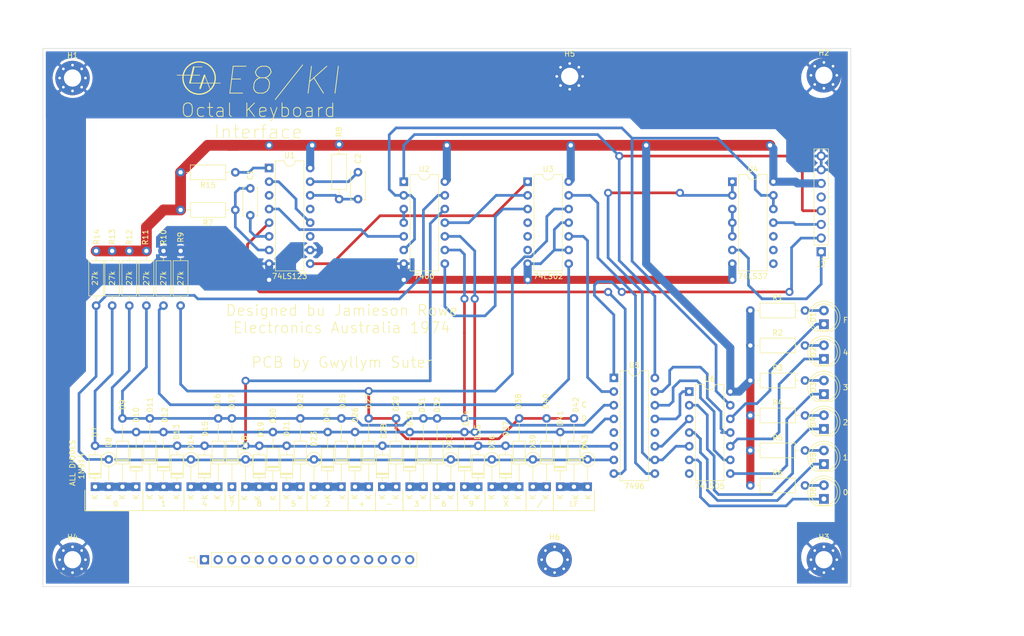
<source format=kicad_pcb>
(kicad_pcb (version 20171130) (host pcbnew "(5.1.10-1-10_14)")
  (layers (0 F.Cu signal) (31 B.Cu signal) (34 B.Paste user) (35 F.Paste user) (36 B.SilkS user) (37 F.SilkS user) (38 B.Mask user) (39 F.Mask user) (44 Edge.Cuts user))
  (net 0 "")
  (net 1 "Net-(D1-Pad1)")
  (net 2 "Net-(D1-Pad2)")
  (net 3 "Net-(D2-Pad2)")
  (net 4 "Net-(D2-Pad1)")
  (net 5 "Net-(D3-Pad2)")
  (net 6 "Net-(D3-Pad1)")
  (net 7 "Net-(D4-Pad1)")
  (net 8 "Net-(D4-Pad2)")
  (net 9 "Net-(D5-Pad1)")
  (net 10 "Net-(D5-Pad2)")
  (net 11 "Net-(D6-Pad2)")
  (net 12 "Net-(D6-Pad1)")
  (net 13 ~FLAG_RESET)
  (net 14 ~FLAG_OUT)
  (net 15 ~SHIFT_CLOCK)
  (net 16 DATA_OUT)
  (net 17 +5V)
  (net 18 GND)
  (net 19 "Net-(C1-Pad1)")
  (net 20 "Net-(C2-Pad1)")
  (net 21 A)
  (net 22 C)
  (net 23 D)
  (net 24 E)
  (net 25 F)
  (net 26 "Net-(U1-Pad9)")
  (net 27 "Net-(U1-Pad12)")
  (net 28 "Net-(U1-Pad3)")
  (net 29 "Net-(U1-Pad11)")
  (net 30 "Net-(U1-Pad4)")
  (net 31 "Net-(U1-Pad5)")
  (net 32 "Net-(U1-Pad13)")
  (net 33 "Net-(C1-Pad2)")
  (net 34 "Net-(C2-Pad2)")
  (net 35 "Net-(U2-Pad8)")
  (net 36 FLAG_OUT_LED)
  (net 37 "Net-(U2-Pad3)")
  (net 38 "Net-(U2-Pad11)")
  (net 39 "Net-(U3-Pad13)")
  (net 40 "Net-(U3-Pad6)")
  (net 41 "Net-(U3-Pad5)")
  (net 42 "Net-(U3-Pad4)")
  (net 43 "Net-(U3-Pad10)")
  (net 44 "Net-(U4-Pad1)")
  (net 45 "Net-(U4-Pad8)")
  (net 46 "Net-(U4-Pad9)")
  (net 47 "Net-(U4-Pad3)")
  (net 48 "Net-(U4-Pad10)")
  (net 49 "Net-(U5-Pad15)")
  (net 50 "Net-(U5-Pad14)")
  (net 51 "Net-(U5-Pad13)")
  (net 52 "Net-(U5-Pad5)")
  (net 53 "Net-(U5-Pad12)")
  (net 54 "Net-(U5-Pad11)")
  (net 55 0)
  (net 56 1)
  (net 57 4)
  (net 58 7)
  (net 59 CR)
  (net 60 LF)
  (net 61 DIV)
  (net 62 X)
  (net 63 9)
  (net 64 6)
  (net 65 3)
  (net 66 -)
  (net 67 +)
  (net 68 2)
  (net 69 5)
  (net 70 8)
  (net 71 "Net-(R15-Pad1)")
  (module LED_THT:LED_D5.0mm (layer F.Cu) (at 195 133.7 90)
    (fp_text reference D6 (at 1.27 -1.96 90) (layer F.SilkS))
    (fp_text value LED)
    (pad 2 thru_hole circle (at 2.54 0 90) (size 1.8 1.8) (drill 0.9) (layers *.Cu *.Mask) (net 11 "Net-(D6-Pad2)"))
    (pad 1 thru_hole rect (at 0 0 90) (size 1.8 1.8) (drill 0.9) (layers *.Cu *.Mask) (net 12 "Net-(D6-Pad1)"))
  )
  (module LED_THT:LED_D5.0mm (layer F.Cu) (at 195 127.24 90)
    (fp_text reference D5 (at 1.27 -1.96 90) (layer F.SilkS))
    (fp_text value LED)
    (pad 2 thru_hole circle (at 2.54 0 90) (size 1.8 1.8) (drill 0.9) (layers *.Cu *.Mask) (net 10 "Net-(D5-Pad2)"))
    (pad 1 thru_hole rect (at 0 0 90) (size 1.8 1.8) (drill 0.9) (layers *.Cu *.Mask) (net 9 "Net-(D5-Pad1)"))
  )
  (module LED_THT:LED_D5.0mm (layer F.Cu) (at 195 120.7 90)
    (fp_text reference D4 (at 1.27 -1.96 90) (layer F.SilkS))
    (fp_text value LED)
    (pad 2 thru_hole circle (at 2.54 0 90) (size 1.8 1.8) (drill 0.9) (layers *.Cu *.Mask) (net 8 "Net-(D4-Pad2)"))
    (pad 1 thru_hole rect (at 0 0 90) (size 1.8 1.8) (drill 0.9) (layers *.Cu *.Mask) (net 7 "Net-(D4-Pad1)"))
  )
  (module LED_THT:LED_D5.0mm (layer F.Cu) (at 195 114.24 90)
    (fp_text reference D3 (at 1.27 -1.96 90) (layer F.SilkS))
    (fp_text value LED)
    (pad 2 thru_hole circle (at 2.54 0 90) (size 1.8 1.8) (drill 0.9) (layers *.Cu *.Mask) (net 5 "Net-(D3-Pad2)"))
    (pad 1 thru_hole rect (at 0 0 90) (size 1.8 1.8) (drill 0.9) (layers *.Cu *.Mask) (net 6 "Net-(D3-Pad1)"))
  )
  (module LED_THT:LED_D5.0mm (layer F.Cu) (at 195 107.7 90)
    (fp_text reference D2 (at 1.27 -1.96 90) (layer F.SilkS))
    (fp_text value LED)
    (pad 2 thru_hole circle (at 2.54 0 90) (size 1.8 1.8) (drill 0.9) (layers *.Cu *.Mask) (net 3 "Net-(D2-Pad2)"))
    (pad 1 thru_hole rect (at 0 0 90) (size 1.8 1.8) (drill 0.9) (layers *.Cu *.Mask) (net 4 "Net-(D2-Pad1)"))
  )
  (module LED_THT:LED_D5.0mm (layer F.Cu) (at 195 101.24 90)
    (fp_text reference D1 (at 1.27 -1.96 90) (layer F.SilkS))
    (fp_text value LED)
    (pad 2 thru_hole circle (at 2.54 0 90) (size 1.8 1.8) (drill 0.9) (layers *.Cu *.Mask) (net 2 "Net-(D1-Pad2)"))
    (pad 1 thru_hole rect (at 0 0 90) (size 1.8 1.8) (drill 0.9) (layers *.Cu *.Mask) (net 1 "Net-(D1-Pad1)"))
  )
  (module MountingHole:MountingHole_3.2mm_M3_Pad_Via (layer F.Cu) (at 145 145)
    (fp_text reference H6 (at 0 -4.2) (layer F.SilkS))
    (fp_text value MountingHole_Pad)
    (pad 1 thru_hole circle (at 1.697056 -1.697056) (size 0.8 0.8) (drill 0.5) (layers *.Cu *.Mask) (net 18 GND))
    (pad 1 thru_hole circle (at 0 -2.4) (size 0.8 0.8) (drill 0.5) (layers *.Cu *.Mask) (net 18 GND))
    (pad 1 thru_hole circle (at -1.697056 -1.697056) (size 0.8 0.8) (drill 0.5) (layers *.Cu *.Mask) (net 18 GND))
    (pad 1 thru_hole circle (at -2.4 0) (size 0.8 0.8) (drill 0.5) (layers *.Cu *.Mask) (net 18 GND))
    (pad 1 thru_hole circle (at -1.697056 1.697056) (size 0.8 0.8) (drill 0.5) (layers *.Cu *.Mask) (net 18 GND))
    (pad 1 thru_hole circle (at 0 2.4) (size 0.8 0.8) (drill 0.5) (layers *.Cu *.Mask) (net 18 GND))
    (pad 1 thru_hole circle (at 1.697056 1.697056) (size 0.8 0.8) (drill 0.5) (layers *.Cu *.Mask) (net 18 GND))
    (pad 1 thru_hole circle (at 2.4 0) (size 0.8 0.8) (drill 0.5) (layers *.Cu *.Mask) (net 18 GND))
    (pad 1 thru_hole circle (at 0 0) (size 6.4 6.4) (drill 3.2) (layers *.Cu *.Mask) (net 18 GND))
  )
  (module MountingHole:MountingHole_3.2mm_M3_Pad_Via (layer F.Cu) (at 147.802944 55.197056)
    (fp_text reference H5 (at 0 -4.2) (layer F.SilkS))
    (fp_text value MountingHole_Pad)
    (pad 1 thru_hole circle (at 1.697056 -1.697056) (size 0.8 0.8) (drill 0.5) (layers *.Cu *.Mask) (net 18 GND))
    (pad 1 thru_hole circle (at 0 -2.4) (size 0.8 0.8) (drill 0.5) (layers *.Cu *.Mask) (net 18 GND))
    (pad 1 thru_hole circle (at -1.697056 -1.697056) (size 0.8 0.8) (drill 0.5) (layers *.Cu *.Mask) (net 18 GND))
    (pad 1 thru_hole circle (at -2.4 0) (size 0.8 0.8) (drill 0.5) (layers *.Cu *.Mask) (net 18 GND))
    (pad 1 thru_hole circle (at -1.697056 1.697056) (size 0.8 0.8) (drill 0.5) (layers *.Cu *.Mask) (net 18 GND))
    (pad 1 thru_hole circle (at 0 2.4) (size 0.8 0.8) (drill 0.5) (layers *.Cu *.Mask) (net 18 GND))
    (pad 1 thru_hole circle (at 1.697056 1.697056) (size 0.8 0.8) (drill 0.5) (layers *.Cu *.Mask) (net 18 GND))
    (pad 1 thru_hole circle (at 2.4 0) (size 0.8 0.8) (drill 0.5) (layers *.Cu *.Mask) (net 18 GND))
    (pad 1 thru_hole circle (at 0 0) (size 6.4 6.4) (drill 3.2) (layers *.Cu *.Mask) (net 18 GND))
  )
  (module Capacitor_THT:C_Disc_D5.0mm_W2.5mm_P5.00mm (layer F.Cu) (at 108.5 78 90)
    (fp_text reference C2 (at 7.5 0 90) (layer F.SilkS))
    (fp_text value 100pF)
    (pad 2 thru_hole circle (at 5 0 90) (size 1.6 1.6) (drill 0.8) (layers *.Cu *.Mask) (net 34 "Net-(C2-Pad2)"))
    (pad 1 thru_hole circle (at 0 0 90) (size 1.6 1.6) (drill 0.8) (layers *.Cu *.Mask) (net 20 "Net-(C2-Pad1)"))
  )
  (module Capacitor_THT:C_Disc_D5.0mm_W2.5mm_P5.00mm (layer F.Cu) (at 88.5 76 270)
    (fp_text reference C1 (at -2.5 0 90) (layer F.SilkS))
    (fp_text value 1nF)
    (pad 2 thru_hole circle (at 5 0 270) (size 1.6 1.6) (drill 0.8) (layers *.Cu *.Mask) (net 33 "Net-(C1-Pad2)"))
    (pad 1 thru_hole circle (at 0 0 270) (size 1.6 1.6) (drill 0.8) (layers *.Cu *.Mask) (net 19 "Net-(C1-Pad1)"))
  )
  (module EDUC-8:EA_Symbol (layer F.Cu) (at 79 55.5)
    (fp_text reference REF** hide)
    (fp_text value EA_Symbol hide)
  )
  (module Diode_THT:D_DO-35_SOD27_P5.08mm_Vertical_KathodeUp (layer F.Cu) (at 151.13 131.445 90)
    (fp_text reference D43 (at 8.255 -0.486371 90) (layer F.SilkS))
    (fp_text value 1N914)
    (fp_text user K (at -1.905 0.148629 90) (layer F.SilkS))
    (pad 2 thru_hole oval (at 5.08 0 90) (size 1.6 1.6) (drill 0.8) (layers *.Cu *.Mask) (net 25 F))
    (pad 1 thru_hole rect (at 0 0 90) (size 1.6 1.6) (drill 0.8) (layers *.Cu *.Mask) (net 60 LF))
  )
  (module Diode_THT:D_DO-35_SOD27_P12.70mm_Horizontal (layer F.Cu) (at 148.59 131.445 90)
    (fp_text reference D42 (at 15.24 0.375 90) (layer F.SilkS))
    (fp_text value 1N914)
    (fp_text user K (at -1.905 0.375 90) (layer F.SilkS))
    (pad 2 thru_hole oval (at 12.7 0 90) (size 1.6 1.6) (drill 0.8) (layers *.Cu *.Mask) (net 21 A))
    (pad 1 thru_hole rect (at 0 0 90) (size 1.6 1.6) (drill 0.8) (layers *.Cu *.Mask) (net 60 LF))
  )
  (module Diode_THT:D_DO-35_SOD27_P10.16mm_Horizontal (layer F.Cu) (at 146.05 131.445 90)
    (fp_text reference D41 (at 12.7 0 90) (layer F.SilkS))
    (fp_text value 1N914)
    (fp_text user K (at -1.905 0 90) (layer F.SilkS))
    (pad 2 thru_hole oval (at 10.16 0 90) (size 1.6 1.6) (drill 0.8) (layers *.Cu *.Mask) (net 23 D))
    (pad 1 thru_hole rect (at 0 0 90) (size 1.6 1.6) (drill 0.8) (layers *.Cu *.Mask) (net 60 LF))
  )
  (module Diode_THT:D_DO-35_SOD27_P12.70mm_Horizontal (layer F.Cu) (at 143.51 131.445 90)
    (fp_text reference D40 (at 15.875 -0.148629 90) (layer F.SilkS))
    (fp_text value 1N914)
    (fp_text user K (at -1.905 -0.148629 90) (layer F.SilkS))
    (pad 2 thru_hole oval (at 12.7 0 90) (size 1.6 1.6) (drill 0.8) (layers *.Cu *.Mask) (net 21 A))
    (pad 1 thru_hole rect (at 0 0 90) (size 1.6 1.6) (drill 0.8) (layers *.Cu *.Mask) (net 61 DIV))
  )
  (module Diode_THT:D_DO-35_SOD27_P5.08mm_Vertical_KathodeUp (layer F.Cu) (at 140.97 131.445 90)
    (fp_text reference D39 (at 8.255 0 90) (layer F.SilkS))
    (fp_text value 1N914)
    (fp_text user K (at -1.905 0 90) (layer F.SilkS))
    (pad 2 thru_hole oval (at 5.08 0 90) (size 1.6 1.6) (drill 0.8) (layers *.Cu *.Mask) (net 25 F))
    (pad 1 thru_hole rect (at 0 0 90) (size 1.6 1.6) (drill 0.8) (layers *.Cu *.Mask) (net 61 DIV))
  )
  (module Diode_THT:D_DO-35_SOD27_P12.70mm_Horizontal (layer F.Cu) (at 138.43 131.445 90)
    (fp_text reference D38 (at 15.85 -0.148629 90) (layer F.SilkS))
    (fp_text value 1N914)
    (fp_text user K (at -1.93 -0.148629 90) (layer F.SilkS))
    (pad 2 thru_hole oval (at 12.7 0 90) (size 1.6 1.6) (drill 0.8) (layers *.Cu *.Mask) (net 21 A))
    (pad 1 thru_hole rect (at 0 0 90) (size 1.6 1.6) (drill 0.8) (layers *.Cu *.Mask) (net 62 X))
  )
  (module Diode_THT:D_DO-35_SOD27_P7.62mm_Horizontal (layer F.Cu) (at 135.89 131.445 90)
    (fp_text reference D37 (at 10.77 0.111371 90) (layer F.SilkS))
    (fp_text value 1N914)
    (fp_text user K (at -1.93 0.111371 90) (layer F.SilkS))
    (pad 2 thru_hole oval (at 7.62 0 90) (size 1.6 1.6) (drill 0.8) (layers *.Cu *.Mask) (net 24 E))
    (pad 1 thru_hole rect (at 0 0 90) (size 1.6 1.6) (drill 0.8) (layers *.Cu *.Mask) (net 62 X))
  )
  (module Diode_THT:D_DO-35_SOD27_P5.08mm_Vertical_KathodeUp (layer F.Cu) (at 133.35 131.445 90)
    (fp_text reference D36 (at 8.255 0 90) (layer F.SilkS))
    (fp_text value 1N914)
    (fp_text user K (at -1.905 0 90) (layer F.SilkS))
    (pad 2 thru_hole oval (at 5.08 0 90) (size 1.6 1.6) (drill 0.8) (layers *.Cu *.Mask) (net 25 F))
    (pad 1 thru_hole rect (at 0 0 90) (size 1.6 1.6) (drill 0.8) (layers *.Cu *.Mask) (net 62 X))
  )
  (module Diode_THT:D_DO-35_SOD27_P7.62mm_Horizontal (layer F.Cu) (at 130.81 131.445 90)
    (fp_text reference D35 (at 10.16 -0.115 90) (layer F.SilkS))
    (fp_text value 1N914)
    (fp_text user K (at -1.905 -0.115 90) (layer F.SilkS))
    (pad 2 thru_hole oval (at 7.62 0 90) (size 1.6 1.6) (drill 0.8) (layers *.Cu *.Mask) (net 24 E))
    (pad 1 thru_hole rect (at 0 0 90) (size 1.6 1.6) (drill 0.8) (layers *.Cu *.Mask) (net 63 9))
  )
  (module Diode_THT:D_DO-35_SOD27_P10.16mm_Horizontal (layer F.Cu) (at 128.27 131.445 90)
    (fp_text reference D34 (at 12.7 0.26 90) (layer F.SilkS))
    (fp_text value 1N914)
    (fp_text user K (at -1.905 0.26 90) (layer F.SilkS))
    (pad 2 thru_hole oval (at 10.16 0 90) (size 1.6 1.6) (drill 0.8) (layers *.Cu *.Mask) (net 23 D))
    (pad 1 thru_hole rect (at 0 0 90) (size 1.6 1.6) (drill 0.8) (layers *.Cu *.Mask) (net 63 9))
  )
  (module Diode_THT:D_DO-35_SOD27_P5.08mm_Vertical_KathodeUp (layer F.Cu) (at 125.73 131.445 90)
    (fp_text reference D33 (at 8.28 -0.226371 90) (layer F.SilkS))
    (fp_text value 1N914)
    (fp_text user K (at -1.905 0 90) (layer F.SilkS))
    (pad 2 thru_hole oval (at 5.08 0 90) (size 1.6 1.6) (drill 0.8) (layers *.Cu *.Mask) (net 25 F))
    (pad 1 thru_hole rect (at 0 0 90) (size 1.6 1.6) (drill 0.8) (layers *.Cu *.Mask) (net 64 6))
  )
  (module Diode_THT:D_DO-35_SOD27_P12.70mm_Horizontal (layer F.Cu) (at 123.19 131.445 90)
    (fp_text reference D32 (at 15.24 0 90) (layer F.SilkS))
    (fp_text value 1N914)
    (fp_text user K (at -1.905 0 90) (layer F.SilkS))
    (pad 2 thru_hole oval (at 12.7 0 90) (size 1.6 1.6) (drill 0.8) (layers *.Cu *.Mask) (net 22 C))
    (pad 1 thru_hole rect (at 0 0 90) (size 1.6 1.6) (drill 0.8) (layers *.Cu *.Mask) (net 64 6))
  )
  (module Diode_THT:D_DO-35_SOD27_P12.70mm_Horizontal (layer F.Cu) (at 120.65 131.445 90)
    (fp_text reference D31 (at 15.24 -0.26 90) (layer F.SilkS))
    (fp_text value 1N914)
    (fp_text user K (at -1.905 0 90) (layer F.SilkS))
    (pad 2 thru_hole oval (at 12.7 0 90) (size 1.6 1.6) (drill 0.8) (layers *.Cu *.Mask) (net 22 C))
    (pad 1 thru_hole rect (at 0 0 90) (size 1.6 1.6) (drill 0.8) (layers *.Cu *.Mask) (net 65 3))
  )
  (module Diode_THT:D_DO-35_SOD27_P10.16mm_Horizontal (layer F.Cu) (at 118.11 131.445 90)
    (fp_text reference D30 (at 12.7 0 90) (layer F.SilkS))
    (fp_text value 1N914)
    (fp_text user K (at -1.905 0 90) (layer F.SilkS))
    (pad 2 thru_hole oval (at 10.16 0 90) (size 1.6 1.6) (drill 0.8) (layers *.Cu *.Mask) (net 23 D))
    (pad 1 thru_hole rect (at 0 0 90) (size 1.6 1.6) (drill 0.8) (layers *.Cu *.Mask) (net 65 3))
  )
  (module Diode_THT:D_DO-35_SOD27_P12.70mm_Horizontal (layer F.Cu) (at 115.57 131.445 90)
    (fp_text reference D29 (at 15.434999 -0.005001 90) (layer F.SilkS))
    (fp_text value 1N914)
    (fp_text user K (at -1.905 -0.005001 90) (layer F.SilkS))
    (pad 2 thru_hole oval (at 12.7 0 90) (size 1.6 1.6) (drill 0.8) (layers *.Cu *.Mask) (net 21 A))
    (pad 1 thru_hole rect (at 0 0 90) (size 1.6 1.6) (drill 0.8) (layers *.Cu *.Mask) (net 66 -))
  )
  (module Diode_THT:D_DO-35_SOD27_P7.62mm_Horizontal (layer F.Cu) (at 113.03 131.445 90)
    (fp_text reference D28 (at 10.354999 0.254999 90) (layer F.SilkS))
    (fp_text value 1N914)
    (fp_text user K (at -1.905 0 90) (layer F.SilkS))
    (pad 2 thru_hole oval (at 7.62 0 90) (size 1.6 1.6) (drill 0.8) (layers *.Cu *.Mask) (net 24 E))
    (pad 1 thru_hole rect (at 0 0 90) (size 1.6 1.6) (drill 0.8) (layers *.Cu *.Mask) (net 66 -))
  )
  (module Diode_THT:D_DO-35_SOD27_P12.70mm_Horizontal (layer F.Cu) (at 110.49 131.445 90)
    (fp_text reference D27 (at 15.875 0 90) (layer F.SilkS))
    (fp_text value 1N914 hide)
    (fp_text user K (at -1.905 0 90) (layer F.SilkS))
    (pad 2 thru_hole oval (at 12.7 0 90) (size 1.6 1.6) (drill 0.8) (layers *.Cu *.Mask) (net 21 A))
    (pad 1 thru_hole rect (at 0 0 90) (size 1.6 1.6) (drill 0.8) (layers *.Cu *.Mask) (net 67 +))
  )
  (module Diode_THT:D_DO-35_SOD27_P10.16mm_Horizontal (layer F.Cu) (at 107.95 131.445 90)
    (fp_text reference D26 (at 13.335 0 90) (layer F.SilkS))
    (fp_text value 1N914 hide)
    (fp_text user K (at -1.905 0 90) (layer F.SilkS))
    (pad 2 thru_hole oval (at 10.16 0 90) (size 1.6 1.6) (drill 0.8) (layers *.Cu *.Mask) (net 23 D))
    (pad 1 thru_hole rect (at 0 0 90) (size 1.6 1.6) (drill 0.8) (layers *.Cu *.Mask) (net 67 +))
  )
  (module Diode_THT:D_DO-35_SOD27_P12.70mm_Horizontal (layer F.Cu) (at 105.41 131.445 90)
    (fp_text reference D25 (at 15.875 0.226371 90) (layer F.SilkS))
    (fp_text value 1N914 hide)
    (fp_text user K (at -1.905 0.226371 90) (layer F.SilkS))
    (pad 2 thru_hole oval (at 12.7 0 90) (size 1.6 1.6) (drill 0.8) (layers *.Cu *.Mask) (net 22 C))
    (pad 1 thru_hole rect (at 0 0 90) (size 1.6 1.6) (drill 0.8) (layers *.Cu *.Mask) (net 68 2))
  )
  (module Diode_THT:D_DO-35_SOD27_P10.16mm_Horizontal (layer F.Cu) (at 102.87 131.445 90)
    (fp_text reference D24 (at 13.335 -0.148629 90) (layer F.SilkS))
    (fp_text value 1N914 hide)
    (fp_text user K (at -1.905 0 90) (layer F.SilkS))
    (pad 2 thru_hole oval (at 10.16 0 90) (size 1.6 1.6) (drill 0.8) (layers *.Cu *.Mask) (net 23 D))
    (pad 1 thru_hole rect (at 0 0 90) (size 1.6 1.6) (drill 0.8) (layers *.Cu *.Mask) (net 68 2))
  )
  (module Diode_THT:D_DO-35_SOD27_P5.08mm_Vertical_KathodeUp (layer F.Cu) (at 100.33 131.445 90)
    (fp_text reference D23 (at 8.89 0 90) (layer F.SilkS))
    (fp_text value 1N914 hide)
    (fp_text user K (at -1.905 0 90) (layer F.SilkS))
    (pad 2 thru_hole oval (at 5.08 0 90) (size 1.6 1.6) (drill 0.8) (layers *.Cu *.Mask) (net 25 F))
    (pad 1 thru_hole rect (at 0 0 90) (size 1.6 1.6) (drill 0.8) (layers *.Cu *.Mask) (net 68 2))
  )
  (module Resistor_THT:R_Axial_DIN0207_L6.3mm_D2.5mm_P10.16mm_Horizontal (layer F.Cu) (at 85.725 73.025 180)
    (fp_text reference R15 (at 5.08 -2.37) (layer F.SilkS))
    (fp_text value 1k)
    (pad 2 thru_hole oval (at 10.16 0 180) (size 1.6 1.6) (drill 0.8) (layers *.Cu *.Mask) (net 17 +5V))
    (pad 1 thru_hole circle (at 0 0 180) (size 1.6 1.6) (drill 0.8) (layers *.Cu *.Mask) (net 71 "Net-(R15-Pad1)"))
  )
  (module Diode_THT:D_DO-35_SOD27_P12.70mm_Horizontal (layer F.Cu) (at 97.79 131.445 90)
    (fp_text reference D22 (at 15.875 0 90) (layer F.SilkS))
    (fp_text value 1N914 hide)
    (fp_text user K (at -1.905 0 90) (layer F.SilkS))
    (pad 2 thru_hole oval (at 12.7 0 90) (size 1.6 1.6) (drill 0.8) (layers *.Cu *.Mask) (net 22 C))
    (pad 1 thru_hole rect (at 0 0 90) (size 1.6 1.6) (drill 0.8) (layers *.Cu *.Mask) (net 69 5))
  )
  (module Diode_THT:D_DO-35_SOD27_P7.62mm_Horizontal (layer F.Cu) (at 95.25 131.445 90)
    (fp_text reference D21 (at 10.795 0 90) (layer F.SilkS))
    (fp_text value 1N914 hide)
    (fp_text user K (at -1.905 0 90) (layer F.SilkS))
    (pad 2 thru_hole oval (at 7.62 0 90) (size 1.6 1.6) (drill 0.8) (layers *.Cu *.Mask) (net 24 E))
    (pad 1 thru_hole rect (at 0 0 90) (size 1.6 1.6) (drill 0.8) (layers *.Cu *.Mask) (net 69 5))
  )
  (module Diode_THT:D_DO-35_SOD27_P10.16mm_Horizontal (layer F.Cu) (at 92.71 131.445 90)
    (fp_text reference D20 (at 13.17 0.031371 90) (layer F.SilkS))
    (fp_text value 1N914 hide)
    (fp_text user K (at -2.07 0.031371 90) (layer F.SilkS))
    (pad 2 thru_hole oval (at 10.16 0 90) (size 1.6 1.6) (drill 0.8) (layers *.Cu *.Mask) (net 23 D))
    (pad 1 thru_hole rect (at 0 0 90) (size 1.6 1.6) (drill 0.8) (layers *.Cu *.Mask) (net 70 8))
  )
  (module Diode_THT:D_DO-35_SOD27_P7.62mm_Horizontal (layer F.Cu) (at 90.17 131.445 90)
    (fp_text reference D19 (at 10.63 0.291371 90) (layer F.SilkS))
    (fp_text value 1N914 hide)
    (fp_text user K (at -2.07 -0.343629 90) (layer F.SilkS))
    (pad 2 thru_hole oval (at 7.62 0 90) (size 1.6 1.6) (drill 0.8) (layers *.Cu *.Mask) (net 24 E))
    (pad 1 thru_hole rect (at 0 0 90) (size 1.6 1.6) (drill 0.8) (layers *.Cu *.Mask) (net 70 8))
  )
  (module Diode_THT:D_DO-35_SOD27_P5.08mm_Vertical_KathodeUp (layer F.Cu) (at 87.63 131.445 90)
    (fp_text reference D18 (at 8.09 -0.195 90) (layer F.SilkS))
    (fp_text value 1N914 hide)
    (fp_text user K (at -2.07 -0.195 90) (layer F.SilkS))
    (pad 2 thru_hole oval (at 5.08 0 90) (size 1.6 1.6) (drill 0.8) (layers *.Cu *.Mask) (net 25 F))
    (pad 1 thru_hole rect (at 0 0 90) (size 1.6 1.6) (drill 0.8) (layers *.Cu *.Mask) (net 70 8))
  )
  (module Connector_PinHeader_2.54mm:PinHeader_1x16_P2.54mm_Vertical (layer F.Cu) (at 80 145 90)
    (fp_text reference J1 (at 0 -2.33 90) (layer F.SilkS))
    (fp_text value Conn_01x16_Male)
    (pad 16 thru_hole oval (at 0 38.1 90) (size 1.7 1.7) (drill 1) (layers *.Cu *.Mask) (net 59 CR))
    (pad 15 thru_hole oval (at 0 35.56 90) (size 1.7 1.7) (drill 1) (layers *.Cu *.Mask) (net 60 LF))
    (pad 14 thru_hole oval (at 0 33.02 90) (size 1.7 1.7) (drill 1) (layers *.Cu *.Mask) (net 61 DIV))
    (pad 13 thru_hole oval (at 0 30.48 90) (size 1.7 1.7) (drill 1) (layers *.Cu *.Mask) (net 62 X))
    (pad 12 thru_hole oval (at 0 27.94 90) (size 1.7 1.7) (drill 1) (layers *.Cu *.Mask) (net 63 9))
    (pad 11 thru_hole oval (at 0 25.4 90) (size 1.7 1.7) (drill 1) (layers *.Cu *.Mask) (net 64 6))
    (pad 10 thru_hole oval (at 0 22.86 90) (size 1.7 1.7) (drill 1) (layers *.Cu *.Mask) (net 65 3))
    (pad 9 thru_hole oval (at 0 20.32 90) (size 1.7 1.7) (drill 1) (layers *.Cu *.Mask) (net 66 -))
    (pad 8 thru_hole oval (at 0 17.78 90) (size 1.7 1.7) (drill 1) (layers *.Cu *.Mask) (net 67 +))
    (pad 7 thru_hole oval (at 0 15.24 90) (size 1.7 1.7) (drill 1) (layers *.Cu *.Mask) (net 68 2))
    (pad 6 thru_hole oval (at 0 12.7 90) (size 1.7 1.7) (drill 1) (layers *.Cu *.Mask) (net 69 5))
    (pad 5 thru_hole oval (at 0 10.16 90) (size 1.7 1.7) (drill 1) (layers *.Cu *.Mask) (net 70 8))
    (pad 4 thru_hole oval (at 0 7.62 90) (size 1.7 1.7) (drill 1) (layers *.Cu *.Mask) (net 58 7))
    (pad 3 thru_hole oval (at 0 5.08 90) (size 1.7 1.7) (drill 1) (layers *.Cu *.Mask) (net 57 4))
    (pad 2 thru_hole oval (at 0 2.54 90) (size 1.7 1.7) (drill 1) (layers *.Cu *.Mask) (net 56 1))
    (pad 1 thru_hole rect (at 0 0 90) (size 1.7 1.7) (drill 1) (layers *.Cu *.Mask) (net 55 0))
  )
  (module Diode_THT:D_DO-35_SOD27_P12.70mm_Horizontal (layer F.Cu) (at 85.09 131.445 90)
    (fp_text reference D17 (at 15.875 0 90) (layer F.SilkS))
    (fp_text value 1N914 hide)
    (fp_text user K (at -1.905 0 90) (layer F.SilkS))
    (pad 2 thru_hole oval (at 12.7 0 90) (size 1.6 1.6) (drill 0.8) (layers *.Cu *.Mask) (net 22 C))
    (pad 1 thru_hole rect (at 0 0 90) (size 1.6 1.6) (drill 0.8) (layers *.Cu *.Mask) (net 58 7))
  )
  (module Diode_THT:D_DO-35_SOD27_P12.70mm_Horizontal (layer F.Cu) (at 82.55 131.445 90)
    (fp_text reference D16 (at 15.85 -0.148629 90) (layer F.SilkS))
    (fp_text value 1N914 hide)
    (fp_text user K (at -1.93 -0.148629 90) (layer F.SilkS))
    (pad 2 thru_hole oval (at 12.7 0 90) (size 1.6 1.6) (drill 0.8) (layers *.Cu *.Mask) (net 22 C))
    (pad 1 thru_hole rect (at 0 0 90) (size 1.6 1.6) (drill 0.8) (layers *.Cu *.Mask) (net 57 4))
  )
  (module Diode_THT:D_DO-35_SOD27_P7.62mm_Horizontal (layer F.Cu) (at 80.01 131.445 90)
    (fp_text reference D15 (at 10.77 0.111371 90) (layer F.SilkS))
    (fp_text value 1N914 hide)
    (fp_text user K (at -1.93 0.111371 90) (layer F.SilkS))
    (pad 2 thru_hole oval (at 7.62 0 90) (size 1.6 1.6) (drill 0.8) (layers *.Cu *.Mask) (net 24 E))
    (pad 1 thru_hole rect (at 0 0 90) (size 1.6 1.6) (drill 0.8) (layers *.Cu *.Mask) (net 57 4))
  )
  (module Diode_THT:D_DO-35_SOD27_P5.08mm_Vertical_KathodeUp (layer F.Cu) (at 77.47 131.445 90)
    (fp_text reference D14 (at 8.255 0 90) (layer F.SilkS))
    (fp_text value 1N914 hide)
    (fp_text user K (at -1.905 0 90) (layer F.SilkS))
    (pad 2 thru_hole oval (at 5.08 0 90) (size 1.6 1.6) (drill 0.8) (layers *.Cu *.Mask) (net 25 F))
    (pad 1 thru_hole rect (at 0 0 90) (size 1.6 1.6) (drill 0.8) (layers *.Cu *.Mask) (net 57 4))
  )
  (module Diode_THT:D_DO-35_SOD27_P7.62mm_Horizontal (layer F.Cu) (at 74.93 131.445 90)
    (fp_text reference D13 (at 10.16 -0.115 90) (layer F.SilkS))
    (fp_text value 1N914 hide)
    (fp_text user K (at -1.905 -0.115 90) (layer F.SilkS))
    (pad 2 thru_hole oval (at 7.62 0 90) (size 1.6 1.6) (drill 0.8) (layers *.Cu *.Mask) (net 24 E))
    (pad 1 thru_hole rect (at 0 0 90) (size 1.6 1.6) (drill 0.8) (layers *.Cu *.Mask) (net 56 1))
  )
  (module Diode_THT:D_DO-35_SOD27_P10.16mm_Horizontal (layer F.Cu) (at 72.39 131.445 90)
    (fp_text reference D12 (at 13.335 0.26 90) (layer F.SilkS))
    (fp_text value 1N914 hide)
    (fp_text user K (at -1.905 -0.375 90) (layer F.SilkS))
    (pad 2 thru_hole oval (at 10.16 0 90) (size 1.6 1.6) (drill 0.8) (layers *.Cu *.Mask) (net 23 D))
    (pad 1 thru_hole rect (at 0 0 90) (size 1.6 1.6) (drill 0.8) (layers *.Cu *.Mask) (net 56 1))
  )
  (module Diode_THT:D_DO-35_SOD27_P12.70mm_Horizontal (layer F.Cu) (at 69.85 131.445 90)
    (fp_text reference D11 (at 15.24 0 90) (layer F.SilkS))
    (fp_text value 1N914 hide)
    (fp_text user K (at -1.905 0 90) (layer F.SilkS))
    (pad 2 thru_hole oval (at 12.7 0 90) (size 1.6 1.6) (drill 0.8) (layers *.Cu *.Mask) (net 22 C))
    (pad 1 thru_hole rect (at 0 0 90) (size 1.6 1.6) (drill 0.8) (layers *.Cu *.Mask) (net 56 1))
  )
  (module Diode_THT:D_DO-35_SOD27_P5.08mm_Vertical_KathodeUp (layer F.Cu) (at 62.23 131.445 90)
    (fp_text reference D8 (at 8.255 0 90) (layer F.SilkS))
    (fp_text value 1N914 (at 3.81 -5.08 90) (layer F.SilkS))
    (fp_text user K (at -1.905 0 90) (layer F.SilkS))
    (pad 2 thru_hole oval (at 5.08 0 90) (size 1.6 1.6) (drill 0.8) (layers *.Cu *.Mask) (net 25 F))
    (pad 1 thru_hole rect (at 0 0 90) (size 1.6 1.6) (drill 0.8) (layers *.Cu *.Mask) (net 55 0))
  )
  (module Diode_THT:D_DO-35_SOD27_P7.62mm_Horizontal (layer F.Cu) (at 59.69 131.445 90)
    (fp_text reference D7 (at 10.16 0 90) (layer F.SilkS))
    (fp_text value 1N914 hide)
    (fp_text user K (at -1.905 0 90) (layer F.SilkS))
    (pad 2 thru_hole oval (at 7.62 0 90) (size 1.6 1.6) (drill 0.8) (layers *.Cu *.Mask) (net 24 E))
    (pad 1 thru_hole rect (at 0 0 90) (size 1.6 1.6) (drill 0.8) (layers *.Cu *.Mask) (net 55 0))
  )
  (module Diode_THT:D_DO-35_SOD27_P12.70mm_Horizontal (layer F.Cu) (at 64.77 131.445 90)
    (fp_text reference D9 (at 15.24 0 90) (layer F.SilkS))
    (fp_text value 1N914 hide)
    (fp_text user K (at -1.905 0 90) (layer F.SilkS))
    (pad 2 thru_hole oval (at 12.7 0 90) (size 1.6 1.6) (drill 0.8) (layers *.Cu *.Mask) (net 22 C))
    (pad 1 thru_hole rect (at 0 0 90) (size 1.6 1.6) (drill 0.8) (layers *.Cu *.Mask) (net 55 0))
  )
  (module Diode_THT:D_DO-35_SOD27_P10.16mm_Horizontal (layer F.Cu) (at 67.31 131.445 90)
    (fp_text reference D10 (at 13.335 0 90) (layer F.SilkS))
    (fp_text value 1N914 hide)
    (fp_text user K (at -1.905 0 90) (layer F.SilkS))
    (pad 2 thru_hole oval (at 10.16 0 90) (size 1.6 1.6) (drill 0.8) (layers *.Cu *.Mask) (net 23 D))
    (pad 1 thru_hole rect (at 0 0 90) (size 1.6 1.6) (drill 0.8) (layers *.Cu *.Mask) (net 55 0))
  )
  (module MountingHole:MountingHole_3.2mm_M3_Pad_Via (layer F.Cu) (at 55.5 145)
    (fp_text reference H4 (at 0 -4.2) (layer F.SilkS))
    (fp_text value MountingHole_Pad)
    (pad 1 thru_hole circle (at 1.697056 -1.697056) (size 0.8 0.8) (drill 0.5) (layers *.Cu *.Mask) (net 18 GND))
    (pad 1 thru_hole circle (at 0 -2.4) (size 0.8 0.8) (drill 0.5) (layers *.Cu *.Mask) (net 18 GND))
    (pad 1 thru_hole circle (at -1.697056 -1.697056) (size 0.8 0.8) (drill 0.5) (layers *.Cu *.Mask) (net 18 GND))
    (pad 1 thru_hole circle (at -2.4 0) (size 0.8 0.8) (drill 0.5) (layers *.Cu *.Mask) (net 18 GND))
    (pad 1 thru_hole circle (at -1.697056 1.697056) (size 0.8 0.8) (drill 0.5) (layers *.Cu *.Mask) (net 18 GND))
    (pad 1 thru_hole circle (at 0 2.4) (size 0.8 0.8) (drill 0.5) (layers *.Cu *.Mask) (net 18 GND))
    (pad 1 thru_hole circle (at 1.697056 1.697056) (size 0.8 0.8) (drill 0.5) (layers *.Cu *.Mask) (net 18 GND))
    (pad 1 thru_hole circle (at 2.4 0) (size 0.8 0.8) (drill 0.5) (layers *.Cu *.Mask) (net 18 GND))
    (pad 1 thru_hole circle (at 0 0) (size 6.4 6.4) (drill 3.2) (layers *.Cu *.Mask) (net 18 GND))
  )
  (module MountingHole:MountingHole_3.2mm_M3_Pad_Via (layer F.Cu) (at 195 145)
    (fp_text reference H3 (at 0 -4.2) (layer F.SilkS))
    (fp_text value MountingHole_Pad)
    (pad 1 thru_hole circle (at 1.697056 -1.697056) (size 0.8 0.8) (drill 0.5) (layers *.Cu *.Mask) (net 18 GND))
    (pad 1 thru_hole circle (at 0 -2.4) (size 0.8 0.8) (drill 0.5) (layers *.Cu *.Mask) (net 18 GND))
    (pad 1 thru_hole circle (at -1.697056 -1.697056) (size 0.8 0.8) (drill 0.5) (layers *.Cu *.Mask) (net 18 GND))
    (pad 1 thru_hole circle (at -2.4 0) (size 0.8 0.8) (drill 0.5) (layers *.Cu *.Mask) (net 18 GND))
    (pad 1 thru_hole circle (at -1.697056 1.697056) (size 0.8 0.8) (drill 0.5) (layers *.Cu *.Mask) (net 18 GND))
    (pad 1 thru_hole circle (at 0 2.4) (size 0.8 0.8) (drill 0.5) (layers *.Cu *.Mask) (net 18 GND))
    (pad 1 thru_hole circle (at 1.697056 1.697056) (size 0.8 0.8) (drill 0.5) (layers *.Cu *.Mask) (net 18 GND))
    (pad 1 thru_hole circle (at 2.4 0) (size 0.8 0.8) (drill 0.5) (layers *.Cu *.Mask) (net 18 GND))
    (pad 1 thru_hole circle (at 0 0) (size 6.4 6.4) (drill 3.2) (layers *.Cu *.Mask) (net 18 GND))
  )
  (module MountingHole:MountingHole_3.2mm_M3_Pad_Via (layer F.Cu) (at 195 55)
    (fp_text reference H2 (at 0 -4.2) (layer F.SilkS))
    (fp_text value MountingHole_Pad)
    (pad 1 thru_hole circle (at 1.697056 -1.697056) (size 0.8 0.8) (drill 0.5) (layers *.Cu *.Mask) (net 18 GND))
    (pad 1 thru_hole circle (at 0 -2.4) (size 0.8 0.8) (drill 0.5) (layers *.Cu *.Mask) (net 18 GND))
    (pad 1 thru_hole circle (at -1.697056 -1.697056) (size 0.8 0.8) (drill 0.5) (layers *.Cu *.Mask) (net 18 GND))
    (pad 1 thru_hole circle (at -2.4 0) (size 0.8 0.8) (drill 0.5) (layers *.Cu *.Mask) (net 18 GND))
    (pad 1 thru_hole circle (at -1.697056 1.697056) (size 0.8 0.8) (drill 0.5) (layers *.Cu *.Mask) (net 18 GND))
    (pad 1 thru_hole circle (at 0 2.4) (size 0.8 0.8) (drill 0.5) (layers *.Cu *.Mask) (net 18 GND))
    (pad 1 thru_hole circle (at 1.697056 1.697056) (size 0.8 0.8) (drill 0.5) (layers *.Cu *.Mask) (net 18 GND))
    (pad 1 thru_hole circle (at 2.4 0) (size 0.8 0.8) (drill 0.5) (layers *.Cu *.Mask) (net 18 GND))
    (pad 1 thru_hole circle (at 0 0) (size 6.4 6.4) (drill 3.2) (layers *.Cu *.Mask) (net 18 GND))
  )
  (module MountingHole:MountingHole_3.2mm_M3_Pad_Via (layer F.Cu) (at 55.5 55.5)
    (fp_text reference H1 (at 0 -4.2) (layer F.SilkS))
    (fp_text value MountingHole_Pad)
    (pad 1 thru_hole circle (at 1.697056 -1.697056) (size 0.8 0.8) (drill 0.5) (layers *.Cu *.Mask) (net 18 GND))
    (pad 1 thru_hole circle (at 0 -2.4) (size 0.8 0.8) (drill 0.5) (layers *.Cu *.Mask) (net 18 GND))
    (pad 1 thru_hole circle (at -1.697056 -1.697056) (size 0.8 0.8) (drill 0.5) (layers *.Cu *.Mask) (net 18 GND))
    (pad 1 thru_hole circle (at -2.4 0) (size 0.8 0.8) (drill 0.5) (layers *.Cu *.Mask) (net 18 GND))
    (pad 1 thru_hole circle (at -1.697056 1.697056) (size 0.8 0.8) (drill 0.5) (layers *.Cu *.Mask) (net 18 GND))
    (pad 1 thru_hole circle (at 0 2.4) (size 0.8 0.8) (drill 0.5) (layers *.Cu *.Mask) (net 18 GND))
    (pad 1 thru_hole circle (at 1.697056 1.697056) (size 0.8 0.8) (drill 0.5) (layers *.Cu *.Mask) (net 18 GND))
    (pad 1 thru_hole circle (at 2.4 0) (size 0.8 0.8) (drill 0.5) (layers *.Cu *.Mask) (net 18 GND))
    (pad 1 thru_hole circle (at 0 0) (size 6.4 6.4) (drill 3.2) (layers *.Cu *.Mask) (net 18 GND))
  )
  (module Connector_PinHeader_2.54mm:PinHeader_1x08_P2.54mm_Vertical (layer F.Cu) (at 194.5 87.78 180)
    (fp_text reference J2 (at 0 -2.33) (layer F.SilkS))
    (fp_text value Conn_01x08_Male)
    (pad 1 thru_hole rect (at 0 0 180) (size 1.7 1.7) (drill 1) (layers *.Cu *.Mask) (net 16 DATA_OUT))
    (pad 2 thru_hole oval (at 0 2.54 180) (size 1.7 1.7) (drill 1) (layers *.Cu *.Mask) (net 15 ~SHIFT_CLOCK))
    (pad 3 thru_hole oval (at 0 5.08 180) (size 1.7 1.7) (drill 1) (layers *.Cu *.Mask) (net 14 ~FLAG_OUT))
    (pad 4 thru_hole oval (at 0 7.62 180) (size 1.7 1.7) (drill 1) (layers *.Cu *.Mask) (net 13 ~FLAG_RESET))
    (pad 5 thru_hole oval (at 0 10.16 180) (size 1.7 1.7) (drill 1) (layers *.Cu *.Mask) (net 17 +5V))
    (pad 6 thru_hole oval (at 0 12.7 180) (size 1.7 1.7) (drill 1) (layers *.Cu *.Mask) (net 17 +5V))
    (pad 7 thru_hole oval (at 0 15.24 180) (size 1.7 1.7) (drill 1) (layers *.Cu *.Mask) (net 18 GND))
    (pad 8 thru_hole oval (at 0 17.78 180) (size 1.7 1.7) (drill 1) (layers *.Cu *.Mask) (net 18 GND))
  )
  (module Resistor_THT:R_Axial_DIN0207_L6.3mm_D2.5mm_P10.16mm_Horizontal (layer F.Cu) (at 181.34 98.7)
    (fp_text reference R1 (at 5.08 -2.37) (layer F.SilkS))
    (fp_text value 180R)
    (pad 2 thru_hole oval (at 10.16 0) (size 1.6 1.6) (drill 0.8) (layers *.Cu *.Mask) (net 2 "Net-(D1-Pad2)"))
    (pad 1 thru_hole circle (at 0 0) (size 1.6 1.6) (drill 0.8) (layers *.Cu *.Mask) (net 17 +5V))
  )
  (module Resistor_THT:R_Axial_DIN0207_L6.3mm_D2.5mm_P10.16mm_Horizontal (layer F.Cu) (at 181.34 105.2)
    (fp_text reference R2 (at 5.08 -2.37) (layer F.SilkS))
    (fp_text value 180R)
    (pad 2 thru_hole oval (at 10.16 0) (size 1.6 1.6) (drill 0.8) (layers *.Cu *.Mask) (net 3 "Net-(D2-Pad2)"))
    (pad 1 thru_hole circle (at 0 0) (size 1.6 1.6) (drill 0.8) (layers *.Cu *.Mask) (net 17 +5V))
  )
  (module Resistor_THT:R_Axial_DIN0207_L6.3mm_D2.5mm_P10.16mm_Horizontal (layer F.Cu) (at 181.34 111.7)
    (fp_text reference R3 (at 5.08 -2.37) (layer F.SilkS))
    (fp_text value 180R)
    (pad 1 thru_hole circle (at 0 0) (size 1.6 1.6) (drill 0.8) (layers *.Cu *.Mask) (net 17 +5V))
    (pad 2 thru_hole oval (at 10.16 0) (size 1.6 1.6) (drill 0.8) (layers *.Cu *.Mask) (net 5 "Net-(D3-Pad2)"))
  )
  (module Resistor_THT:R_Axial_DIN0207_L6.3mm_D2.5mm_P10.16mm_Horizontal (layer F.Cu) (at 181.34 118.2)
    (fp_text reference R4 (at 5.08 -2.37) (layer F.SilkS))
    (fp_text value 180R)
    (pad 2 thru_hole oval (at 10.16 0) (size 1.6 1.6) (drill 0.8) (layers *.Cu *.Mask) (net 8 "Net-(D4-Pad2)"))
    (pad 1 thru_hole circle (at 0 0) (size 1.6 1.6) (drill 0.8) (layers *.Cu *.Mask) (net 17 +5V))
  )
  (module Resistor_THT:R_Axial_DIN0207_L6.3mm_D2.5mm_P10.16mm_Horizontal (layer F.Cu) (at 181.34 124.7)
    (fp_text reference R5 (at 5.08 -2.37) (layer F.SilkS))
    (fp_text value 180R)
    (pad 1 thru_hole circle (at 0 0) (size 1.6 1.6) (drill 0.8) (layers *.Cu *.Mask) (net 17 +5V))
    (pad 2 thru_hole oval (at 10.16 0) (size 1.6 1.6) (drill 0.8) (layers *.Cu *.Mask) (net 10 "Net-(D5-Pad2)"))
  )
  (module Resistor_THT:R_Axial_DIN0207_L6.3mm_D2.5mm_P10.16mm_Horizontal (layer F.Cu) (at 181.34 131.2)
    (fp_text reference R6 (at 5.08 -2.37) (layer F.SilkS))
    (fp_text value 180R)
    (pad 2 thru_hole oval (at 10.16 0) (size 1.6 1.6) (drill 0.8) (layers *.Cu *.Mask) (net 11 "Net-(D6-Pad2)"))
    (pad 1 thru_hole circle (at 0 0) (size 1.6 1.6) (drill 0.8) (layers *.Cu *.Mask) (net 17 +5V))
  )
  (module Resistor_THT:R_Axial_DIN0207_L6.3mm_D2.5mm_P10.16mm_Horizontal (layer F.Cu) (at 85.725 80.01 180)
    (fp_text reference R7 (at 5.08 -2.37) (layer F.SilkS))
    (fp_text value 33k)
    (pad 2 thru_hole oval (at 10.16 0 180) (size 1.6 1.6) (drill 0.8) (layers *.Cu *.Mask) (net 17 +5V))
    (pad 1 thru_hole circle (at 0 0 180) (size 1.6 1.6) (drill 0.8) (layers *.Cu *.Mask) (net 19 "Net-(C1-Pad1)"))
  )
  (module Resistor_THT:R_Axial_DIN0207_L6.3mm_D2.5mm_P10.16mm_Horizontal (layer F.Cu) (at 105 78 90)
    (fp_text reference R8 (at 12.5 0 90) (layer F.SilkS))
    (fp_text value 180R)
    (pad 1 thru_hole circle (at 0 0 90) (size 1.6 1.6) (drill 0.8) (layers *.Cu *.Mask) (net 20 "Net-(C2-Pad1)"))
    (pad 2 thru_hole oval (at 10.16 0 90) (size 1.6 1.6) (drill 0.8) (layers *.Cu *.Mask) (net 17 +5V))
  )
  (module Resistor_THT:R_Axial_DIN0207_L6.3mm_D2.5mm_P10.16mm_Horizontal (layer F.Cu) (at 75.565 87.63 270)
    (fp_text reference R9 (at -2.54 0 90) (layer F.SilkS))
    (fp_text value 27k (at 5.08 0 90) (layer F.SilkS))
    (pad 1 thru_hole circle (at 0 0 270) (size 1.6 1.6) (drill 0.8) (layers *.Cu *.Mask) (net 18 GND))
    (pad 2 thru_hole oval (at 10.16 0 270) (size 1.6 1.6) (drill 0.8) (layers *.Cu *.Mask) (net 21 A))
  )
  (module Resistor_THT:R_Axial_DIN0207_L6.3mm_D2.5mm_P10.16mm_Horizontal (layer F.Cu) (at 72.39 87.63 270)
    (fp_text reference R10 (at -2.54 0 90) (layer F.SilkS))
    (fp_text value 27k (at 5.08 0 90) (layer F.SilkS))
    (pad 2 thru_hole oval (at 10.16 0 270) (size 1.6 1.6) (drill 0.8) (layers *.Cu *.Mask) (net 59 CR))
    (pad 1 thru_hole circle (at 0 0 270) (size 1.6 1.6) (drill 0.8) (layers *.Cu *.Mask) (net 18 GND))
  )
  (module Resistor_THT:R_Axial_DIN0207_L6.3mm_D2.5mm_P10.16mm_Horizontal (layer F.Cu) (at 69.215 87.63 270)
    (fp_text reference R11 (at -2.54 0.19 90) (layer F.SilkS))
    (fp_text value 27k (at 5.08 0 90) (layer F.SilkS))
    (pad 1 thru_hole circle (at 0 0 270) (size 1.6 1.6) (drill 0.8) (layers *.Cu *.Mask) (net 17 +5V))
    (pad 2 thru_hole oval (at 10.16 0 270) (size 1.6 1.6) (drill 0.8) (layers *.Cu *.Mask) (net 22 C))
  )
  (module Resistor_THT:R_Axial_DIN0207_L6.3mm_D2.5mm_P10.16mm_Horizontal (layer F.Cu) (at 66.04 87.63 270)
    (fp_text reference R12 (at -2.54 0 90) (layer F.SilkS))
    (fp_text value 27k (at 5.08 0 90) (layer F.SilkS))
    (pad 2 thru_hole oval (at 10.16 0 270) (size 1.6 1.6) (drill 0.8) (layers *.Cu *.Mask) (net 23 D))
    (pad 1 thru_hole circle (at 0 0 270) (size 1.6 1.6) (drill 0.8) (layers *.Cu *.Mask) (net 17 +5V))
  )
  (module Resistor_THT:R_Axial_DIN0207_L6.3mm_D2.5mm_P10.16mm_Horizontal (layer F.Cu) (at 62.865 87.63 270)
    (fp_text reference R13 (at -2.63 0 90) (layer F.SilkS))
    (fp_text value 27k (at 5.08 0 90) (layer F.SilkS))
    (pad 1 thru_hole circle (at 0 0 270) (size 1.6 1.6) (drill 0.8) (layers *.Cu *.Mask) (net 17 +5V))
    (pad 2 thru_hole oval (at 10.16 0 270) (size 1.6 1.6) (drill 0.8) (layers *.Cu *.Mask) (net 24 E))
  )
  (module Resistor_THT:R_Axial_DIN0207_L6.3mm_D2.5mm_P10.16mm_Horizontal (layer F.Cu) (at 59.88 87.63 270)
    (fp_text reference R14 (at -2.63 -0.12 90) (layer F.SilkS))
    (fp_text value 27k (at 5.08 0.19 90) (layer F.SilkS))
    (pad 1 thru_hole circle (at 0 0 270) (size 1.6 1.6) (drill 0.8) (layers *.Cu *.Mask) (net 17 +5V))
    (pad 2 thru_hole oval (at 10.16 0 270) (size 1.6 1.6) (drill 0.8) (layers *.Cu *.Mask) (net 25 F))
  )
  (module Package_DIP:DIP-16_W7.62mm (layer F.Cu) (at 92 72.22)
    (fp_text reference U1 (at 3.81 -2.33) (layer F.SilkS))
    (fp_text value 74LS123 (at 3.81 20.11) (layer F.SilkS))
    (pad 1 thru_hole rect (at 0 0) (size 1.6 1.6) (drill 0.8) (layers *.Cu *.Mask) (net 71 "Net-(R15-Pad1)"))
    (pad 9 thru_hole oval (at 7.62 17.78) (size 1.6 1.6) (drill 0.8) (layers *.Cu *.Mask) (net 26 "Net-(U1-Pad9)"))
    (pad 2 thru_hole oval (at 0 2.54) (size 1.6 1.6) (drill 0.8) (layers *.Cu *.Mask) (net 27 "Net-(U1-Pad12)"))
    (pad 10 thru_hole oval (at 7.62 15.24) (size 1.6 1.6) (drill 0.8) (layers *.Cu *.Mask) (net 18 GND))
    (pad 3 thru_hole oval (at 0 5.08) (size 1.6 1.6) (drill 0.8) (layers *.Cu *.Mask) (net 28 "Net-(U1-Pad3)"))
    (pad 11 thru_hole oval (at 7.62 12.7) (size 1.6 1.6) (drill 0.8) (layers *.Cu *.Mask) (net 29 "Net-(U1-Pad11)"))
    (pad 4 thru_hole oval (at 0 7.62) (size 1.6 1.6) (drill 0.8) (layers *.Cu *.Mask) (net 30 "Net-(U1-Pad4)"))
    (pad 12 thru_hole oval (at 7.62 10.16) (size 1.6 1.6) (drill 0.8) (layers *.Cu *.Mask) (net 27 "Net-(U1-Pad12)"))
    (pad 5 thru_hole oval (at 0 10.16) (size 1.6 1.6) (drill 0.8) (layers *.Cu *.Mask) (net 31 "Net-(U1-Pad5)"))
    (pad 13 thru_hole oval (at 7.62 7.62) (size 1.6 1.6) (drill 0.8) (layers *.Cu *.Mask) (net 32 "Net-(U1-Pad13)"))
    (pad 6 thru_hole oval (at 0 12.7) (size 1.6 1.6) (drill 0.8) (layers *.Cu *.Mask) (net 33 "Net-(C1-Pad2)"))
    (pad 14 thru_hole oval (at 7.62 5.08) (size 1.6 1.6) (drill 0.8) (layers *.Cu *.Mask) (net 20 "Net-(C2-Pad1)"))
    (pad 7 thru_hole oval (at 0 15.24) (size 1.6 1.6) (drill 0.8) (layers *.Cu *.Mask) (net 19 "Net-(C1-Pad1)"))
    (pad 15 thru_hole oval (at 7.62 2.54) (size 1.6 1.6) (drill 0.8) (layers *.Cu *.Mask) (net 34 "Net-(C2-Pad2)"))
    (pad 8 thru_hole oval (at 0 17.78) (size 1.6 1.6) (drill 0.8) (layers *.Cu *.Mask) (net 18 GND))
    (pad 16 thru_hole oval (at 7.62 0) (size 1.6 1.6) (drill 0.8) (layers *.Cu *.Mask) (net 17 +5V))
  )
  (module Package_DIP:DIP-14_W7.62mm (layer F.Cu) (at 117 74.76)
    (fp_text reference U2 (at 3.81 -2.33) (layer F.SilkS))
    (fp_text value 7400 (at 3.81 17.57) (layer F.SilkS))
    (pad 1 thru_hole rect (at 0 0) (size 1.6 1.6) (drill 0.8) (layers *.Cu *.Mask) (net 13 ~FLAG_RESET))
    (pad 8 thru_hole oval (at 7.62 15.24) (size 1.6 1.6) (drill 0.8) (layers *.Cu *.Mask) (net 35 "Net-(U2-Pad8)"))
    (pad 2 thru_hole oval (at 0 2.54) (size 1.6 1.6) (drill 0.8) (layers *.Cu *.Mask) (net 36 FLAG_OUT_LED))
    (pad 9 thru_hole oval (at 7.62 12.7) (size 1.6 1.6) (drill 0.8) (layers *.Cu *.Mask) (net 22 C))
    (pad 3 thru_hole oval (at 0 5.08) (size 1.6 1.6) (drill 0.8) (layers *.Cu *.Mask) (net 37 "Net-(U2-Pad3)"))
    (pad 10 thru_hole oval (at 7.62 10.16) (size 1.6 1.6) (drill 0.8) (layers *.Cu *.Mask) (net 23 D))
    (pad 4 thru_hole oval (at 0 7.62) (size 1.6 1.6) (drill 0.8) (layers *.Cu *.Mask) (net 37 "Net-(U2-Pad3)"))
    (pad 11 thru_hole oval (at 7.62 7.62) (size 1.6 1.6) (drill 0.8) (layers *.Cu *.Mask) (net 38 "Net-(U2-Pad11)"))
    (pad 5 thru_hole oval (at 0 10.16) (size 1.6 1.6) (drill 0.8) (layers *.Cu *.Mask) (net 30 "Net-(U1-Pad4)"))
    (pad 12 thru_hole oval (at 7.62 5.08) (size 1.6 1.6) (drill 0.8) (layers *.Cu *.Mask) (net 24 E))
    (pad 6 thru_hole oval (at 0 12.7) (size 1.6 1.6) (drill 0.8) (layers *.Cu *.Mask) (net 36 FLAG_OUT_LED))
    (pad 13 thru_hole oval (at 7.62 2.54) (size 1.6 1.6) (drill 0.8) (layers *.Cu *.Mask) (net 25 F))
    (pad 7 thru_hole oval (at 0 15.24) (size 1.6 1.6) (drill 0.8) (layers *.Cu *.Mask) (net 18 GND))
    (pad 14 thru_hole oval (at 7.62 0) (size 1.6 1.6) (drill 0.8) (layers *.Cu *.Mask) (net 17 +5V))
  )
  (module Package_DIP:DIP-14_W7.62mm (layer F.Cu) (at 140 74.76)
    (fp_text reference U3 (at 3.81 -2.33) (layer F.SilkS))
    (fp_text value 74LS02 (at 3.81 17.57) (layer F.SilkS))
    (pad 14 thru_hole oval (at 7.62 0) (size 1.6 1.6) (drill 0.8) (layers *.Cu *.Mask) (net 17 +5V))
    (pad 7 thru_hole oval (at 0 15.24) (size 1.6 1.6) (drill 0.8) (layers *.Cu *.Mask) (net 18 GND))
    (pad 13 thru_hole oval (at 7.62 2.54) (size 1.6 1.6) (drill 0.8) (layers *.Cu *.Mask) (net 39 "Net-(U3-Pad13)"))
    (pad 6 thru_hole oval (at 0 12.7) (size 1.6 1.6) (drill 0.8) (layers *.Cu *.Mask) (net 40 "Net-(U3-Pad6)"))
    (pad 12 thru_hole oval (at 7.62 5.08) (size 1.6 1.6) (drill 0.8) (layers *.Cu *.Mask) (net 21 A))
    (pad 5 thru_hole oval (at 0 10.16) (size 1.6 1.6) (drill 0.8) (layers *.Cu *.Mask) (net 41 "Net-(U3-Pad5)"))
    (pad 11 thru_hole oval (at 7.62 7.62) (size 1.6 1.6) (drill 0.8) (layers *.Cu *.Mask) (net 18 GND))
    (pad 4 thru_hole oval (at 0 7.62) (size 1.6 1.6) (drill 0.8) (layers *.Cu *.Mask) (net 42 "Net-(U3-Pad4)"))
    (pad 10 thru_hole oval (at 7.62 10.16) (size 1.6 1.6) (drill 0.8) (layers *.Cu *.Mask) (net 43 "Net-(U3-Pad10)"))
    (pad 3 thru_hole oval (at 0 5.08) (size 1.6 1.6) (drill 0.8) (layers *.Cu *.Mask) (net 35 "Net-(U2-Pad8)"))
    (pad 9 thru_hole oval (at 7.62 12.7) (size 1.6 1.6) (drill 0.8) (layers *.Cu *.Mask) (net 18 GND))
    (pad 2 thru_hole oval (at 0 2.54) (size 1.6 1.6) (drill 0.8) (layers *.Cu *.Mask) (net 38 "Net-(U2-Pad11)"))
    (pad 8 thru_hole oval (at 7.62 15.24) (size 1.6 1.6) (drill 0.8) (layers *.Cu *.Mask) (net 59 CR))
    (pad 1 thru_hole rect (at 0 0) (size 1.6 1.6) (drill 0.8) (layers *.Cu *.Mask) (net 26 "Net-(U1-Pad9)"))
  )
  (module Package_DIP:DIP-14_W7.62mm (layer F.Cu) (at 178 74.76)
    (fp_text reference U4 (at 3.81 -2.33) (layer F.SilkS))
    (fp_text value 74LS37 (at 3.81 17.57) (layer F.SilkS))
    (pad 1 thru_hole rect (at 0 0) (size 1.6 1.6) (drill 0.8) (layers *.Cu *.Mask) (net 44 "Net-(U4-Pad1)"))
    (pad 8 thru_hole oval (at 7.62 15.24) (size 1.6 1.6) (drill 0.8) (layers *.Cu *.Mask) (net 45 "Net-(U4-Pad8)"))
    (pad 2 thru_hole oval (at 0 2.54) (size 1.6 1.6) (drill 0.8) (layers *.Cu *.Mask) (net 44 "Net-(U4-Pad1)"))
    (pad 9 thru_hole oval (at 7.62 12.7) (size 1.6 1.6) (drill 0.8) (layers *.Cu *.Mask) (net 46 "Net-(U4-Pad9)"))
    (pad 3 thru_hole oval (at 0 5.08) (size 1.6 1.6) (drill 0.8) (layers *.Cu *.Mask) (net 47 "Net-(U4-Pad3)"))
    (pad 10 thru_hole oval (at 7.62 10.16) (size 1.6 1.6) (drill 0.8) (layers *.Cu *.Mask) (net 48 "Net-(U4-Pad10)"))
    (pad 4 thru_hole oval (at 0 7.62) (size 1.6 1.6) (drill 0.8) (layers *.Cu *.Mask) (net 47 "Net-(U4-Pad3)"))
    (pad 11 thru_hole oval (at 7.62 7.62) (size 1.6 1.6) (drill 0.8) (layers *.Cu *.Mask) (net 14 ~FLAG_OUT))
    (pad 5 thru_hole oval (at 0 10.16) (size 1.6 1.6) (drill 0.8) (layers *.Cu *.Mask) (net 47 "Net-(U4-Pad3)"))
    (pad 12 thru_hole oval (at 7.62 5.08) (size 1.6 1.6) (drill 0.8) (layers *.Cu *.Mask) (net 36 FLAG_OUT_LED))
    (pad 6 thru_hole oval (at 0 12.7) (size 1.6 1.6) (drill 0.8) (layers *.Cu *.Mask) (net 16 DATA_OUT))
    (pad 13 thru_hole oval (at 7.62 2.54) (size 1.6 1.6) (drill 0.8) (layers *.Cu *.Mask) (net 36 FLAG_OUT_LED))
    (pad 7 thru_hole oval (at 0 15.24) (size 1.6 1.6) (drill 0.8) (layers *.Cu *.Mask) (net 18 GND))
    (pad 14 thru_hole oval (at 7.62 0) (size 1.6 1.6) (drill 0.8) (layers *.Cu *.Mask) (net 17 +5V))
  )
  (module Package_DIP:DIP-16_W7.62mm (layer F.Cu) (at 156 111.22)
    (fp_text reference U5 (at 3.81 -2.33) (layer F.SilkS))
    (fp_text value 7496 (at 3.81 20.11) (layer F.SilkS))
    (pad 16 thru_hole oval (at 7.62 0) (size 1.6 1.6) (drill 0.8) (layers *.Cu *.Mask) (net 13 ~FLAG_RESET))
    (pad 8 thru_hole oval (at 0 17.78) (size 1.6 1.6) (drill 0.8) (layers *.Cu *.Mask) (net 31 "Net-(U1-Pad5)"))
    (pad 15 thru_hole oval (at 7.62 2.54) (size 1.6 1.6) (drill 0.8) (layers *.Cu *.Mask) (net 49 "Net-(U5-Pad15)"))
    (pad 7 thru_hole oval (at 0 15.24) (size 1.6 1.6) (drill 0.8) (layers *.Cu *.Mask) (net 25 F))
    (pad 14 thru_hole oval (at 7.62 5.08) (size 1.6 1.6) (drill 0.8) (layers *.Cu *.Mask) (net 50 "Net-(U5-Pad14)"))
    (pad 6 thru_hole oval (at 0 12.7) (size 1.6 1.6) (drill 0.8) (layers *.Cu *.Mask) (net 24 E))
    (pad 13 thru_hole oval (at 7.62 7.62) (size 1.6 1.6) (drill 0.8) (layers *.Cu *.Mask) (net 51 "Net-(U5-Pad13)"))
    (pad 5 thru_hole oval (at 0 10.16) (size 1.6 1.6) (drill 0.8) (layers *.Cu *.Mask) (net 52 "Net-(U5-Pad5)"))
    (pad 12 thru_hole oval (at 7.62 10.16) (size 1.6 1.6) (drill 0.8) (layers *.Cu *.Mask) (net 53 "Net-(U5-Pad12)"))
    (pad 4 thru_hole oval (at 0 7.62) (size 1.6 1.6) (drill 0.8) (layers *.Cu *.Mask) (net 23 D))
    (pad 11 thru_hole oval (at 7.62 12.7) (size 1.6 1.6) (drill 0.8) (layers *.Cu *.Mask) (net 54 "Net-(U5-Pad11)"))
    (pad 3 thru_hole oval (at 0 5.08) (size 1.6 1.6) (drill 0.8) (layers *.Cu *.Mask) (net 22 C))
    (pad 10 thru_hole oval (at 7.62 15.24) (size 1.6 1.6) (drill 0.8) (layers *.Cu *.Mask) (net 44 "Net-(U4-Pad1)"))
    (pad 2 thru_hole oval (at 0 2.54) (size 1.6 1.6) (drill 0.8) (layers *.Cu *.Mask) (net 43 "Net-(U3-Pad10)"))
    (pad 9 thru_hole oval (at 7.62 17.78) (size 1.6 1.6) (drill 0.8) (layers *.Cu *.Mask) (net 39 "Net-(U3-Pad13)"))
    (pad 1 thru_hole rect (at 0 0) (size 1.6 1.6) (drill 0.8) (layers *.Cu *.Mask) (net 15 ~SHIFT_CLOCK))
  )
  (module Package_DIP:DIP-14_W7.62mm (layer F.Cu) (at 170 113.76)
    (fp_text reference U6 (at 3.81 -2.33) (layer F.SilkS))
    (fp_text value 74LS05 (at 3.81 17.57) (layer F.SilkS))
    (pad 14 thru_hole oval (at 7.62 0) (size 1.6 1.6) (drill 0.8) (layers *.Cu *.Mask) (net 17 +5V))
    (pad 7 thru_hole oval (at 0 15.24) (size 1.6 1.6) (drill 0.8) (layers *.Cu *.Mask) (net 18 GND))
    (pad 13 thru_hole oval (at 7.62 2.54) (size 1.6 1.6) (drill 0.8) (layers *.Cu *.Mask) (net 36 FLAG_OUT_LED))
    (pad 6 thru_hole oval (at 0 12.7) (size 1.6 1.6) (drill 0.8) (layers *.Cu *.Mask) (net 12 "Net-(D6-Pad1)"))
    (pad 12 thru_hole oval (at 7.62 5.08) (size 1.6 1.6) (drill 0.8) (layers *.Cu *.Mask) (net 1 "Net-(D1-Pad1)"))
    (pad 5 thru_hole oval (at 0 10.16) (size 1.6 1.6) (drill 0.8) (layers *.Cu *.Mask) (net 44 "Net-(U4-Pad1)"))
    (pad 11 thru_hole oval (at 7.62 7.62) (size 1.6 1.6) (drill 0.8) (layers *.Cu *.Mask) (net 49 "Net-(U5-Pad15)"))
    (pad 4 thru_hole oval (at 0 7.62) (size 1.6 1.6) (drill 0.8) (layers *.Cu *.Mask) (net 9 "Net-(D5-Pad1)"))
    (pad 10 thru_hole oval (at 7.62 10.16) (size 1.6 1.6) (drill 0.8) (layers *.Cu *.Mask) (net 4 "Net-(D2-Pad1)"))
    (pad 3 thru_hole oval (at 0 5.08) (size 1.6 1.6) (drill 0.8) (layers *.Cu *.Mask) (net 54 "Net-(U5-Pad11)"))
    (pad 9 thru_hole oval (at 7.62 12.7) (size 1.6 1.6) (drill 0.8) (layers *.Cu *.Mask) (net 50 "Net-(U5-Pad14)"))
    (pad 2 thru_hole oval (at 0 2.54) (size 1.6 1.6) (drill 0.8) (layers *.Cu *.Mask) (net 7 "Net-(D4-Pad1)"))
    (pad 8 thru_hole oval (at 7.62 15.24) (size 1.6 1.6) (drill 0.8) (layers *.Cu *.Mask) (net 6 "Net-(D3-Pad1)"))
    (pad 1 thru_hole rect (at 0 0) (size 1.6 1.6) (drill 0.8) (layers *.Cu *.Mask) (net 51 "Net-(U5-Pad13)"))
  )
  (gr_text F (at 199 100.5) (layer F.SilkS) (effects (font (size 1 1))))
  (gr_text 4 (at 199 106.5) (layer F.SilkS) (effects (font (size 1 1))))
  (gr_text 3 (at 199 113) (layer F.SilkS) (effects (font (size 1 1))))
  (gr_text 2 (at 199 119.5) (layer F.SilkS) (effects (font (size 1 1))))
  (gr_text 1 (at 199 126) (layer F.SilkS) (effects (font (size 1 1))))
  (gr_text 0 (at 199 132.5) (layer F.SilkS) (effects (font (size 1 1))))
  (gr_text LF (at 148.59 134.62) (layer F.SilkS) (effects (font (size 1 1))))
  (gr_text / (at 142.24 134.62) (layer F.SilkS) (effects (font (size 1 1))))
  (gr_text X (at 136 134.62) (layer F.SilkS) (effects (font (size 1 1))))
  (gr_text "ALL DIODES" (at 55.5 127 90) (layer F.SilkS) (effects (font (size 1 1))))
  (gr_text "Octal Keyboard\nInterface" (at 90 63.5) (layer F.SilkS) (effects (font (size 2.5 2.5))))
  (gr_text "Designed bu Jamieson Rowe\nElectronics Australia 1974\n\nPCB by Gwyllym Suter" (at 105.5 103.5) (layer F.SilkS) (effects (font (size 2 2))))
  (gr_text E8/KI (at 94.5 56) (layer F.SilkS) (effects (font (size 5 5) (thickness 0.15) italic)))
  (gr_line (start 139.7 132.08) (end 139.7 135.89) (layer F.SilkS) (width 0.15))
  (gr_line (start 144.78 132.08) (end 144.78 135.89) (layer F.SilkS) (width 0.15))
  (gr_line (start 152.4 135.89) (end 152.4 132.08) (layer F.SilkS) (width 0.15))
  (gr_line (start 132.08 135.89) (end 152.4 135.89) (layer F.SilkS) (width 0.15))
  (gr_text 9 (at 129.54 134.62) (layer F.SilkS) (effects (font (size 1 1))))
  (gr_text 6 (at 124.46 134.62) (layer F.SilkS) (effects (font (size 1 1))))
  (gr_line (start 121.92 132.08) (end 121.92 135.89) (layer F.SilkS) (width 0.15))
  (gr_line (start 127 132.08) (end 127 135.89) (layer F.SilkS) (width 0.15))
  (gr_line (start 132.08 135.89) (end 132.08 132.08) (layer F.SilkS) (width 0.15))
  (gr_line (start 122.555 135.89) (end 132.08 135.89) (layer F.SilkS) (width 0.15))
  (gr_text 0 (at 63.5 134.62) (layer F.SilkS) (effects (font (size 1 1))))
  (gr_text 1 (at 72.39 134.62) (layer F.SilkS) (effects (font (size 1 1))))
  (gr_text 4 (at 80.01 134.62) (layer F.SilkS) (effects (font (size 1 1))))
  (gr_text 7 (at 85.09 134.62) (layer F.SilkS) (effects (font (size 1 1))))
  (gr_text 8 (at 90.17 134.62) (layer F.SilkS) (effects (font (size 1 1))))
  (gr_text 5 (at 96.52 134.62) (layer F.SilkS) (effects (font (size 1 1))))
  (gr_line (start 68.58 132.08) (end 68.58 135.89) (layer F.SilkS) (width 0.15))
  (gr_line (start 76.2 132.08) (end 76.2 135.89) (layer F.SilkS) (width 0.15))
  (gr_line (start 83.82 132.08) (end 83.82 135.89) (layer F.SilkS) (width 0.15))
  (gr_line (start 86.36 132.08) (end 86.36 135.89) (layer F.SilkS) (width 0.15))
  (gr_line (start 93.98 132.08) (end 93.98 135.89) (layer F.SilkS) (width 0.15))
  (gr_line (start 99.06 132.08) (end 99.06 135.89) (layer F.SilkS) (width 0.15))
  (gr_line (start 106.68 132.08) (end 106.68 135.89) (layer F.SilkS) (width 0.15))
  (gr_line (start 111.76 132.08) (end 111.76 135.89) (layer F.SilkS) (width 0.15))
  (gr_line (start 116.84 132.08) (end 116.84 132.715) (layer F.SilkS) (width 0.15))
  (gr_line (start 116.84 132.715) (end 116.84 135.89) (layer F.SilkS) (width 0.15))
  (gr_line (start 57.785 135.89) (end 57.785 132.08) (layer F.SilkS) (width 0.15))
  (gr_line (start 102.87 135.89) (end 57.785 135.89) (layer F.SilkS) (width 0.15))
  (gr_line (start 122.555 135.89) (end 102.87 135.89) (layer F.SilkS) (width 0.15))
  (gr_text 2 (at 102.87 134.62) (layer F.SilkS) (effects (font (size 1 1))))
  (gr_text + (at 109.22 134.62) (layer F.SilkS) (effects (font (size 1 1))))
  (gr_text - (at 114.3 134.62) (layer F.SilkS) (effects (font (size 1 1))))
  (gr_text 3 (at 119.38 134.62) (layer F.SilkS) (effects (font (size 1 1))))
  (gr_text C (at 150.495 116.205) (layer F.SilkS) (effects (font (size 1 1))))
  (gr_text D (at 150.495 118.745) (layer F.SilkS) (effects (font (size 1 1))))
  (gr_text E (at 150.495 123.825) (layer F.SilkS) (effects (font (size 1 1))))
  (gr_text F (at 150.495 126.365) (layer F.SilkS) (effects (font (size 1 1))))
  (gr_line (start 50 50) (end 50 150) (layer Edge.Cuts) (width 0.1))
  (gr_line (start 200 50) (end 50 50) (layer Edge.Cuts) (width 0.1))
  (gr_line (start 200 150) (end 200 50) (layer Edge.Cuts) (width 0.1))
  (gr_line (start 50 150) (end 200 150) (layer Edge.Cuts) (width 0.1))
  (segment (start 193.609998 101.24) (end 194.5 101.24) (width 0.5) (layer B.Cu) (net 1))
  (segment (start 185 109.849998) (end 193.609998 101.24) (width 0.5) (layer B.Cu) (net 1))
  (segment (start 185 113.550002) (end 185 109.849998) (width 0.5) (layer B.Cu) (net 1))
  (segment (start 180.46 116) (end 182.550002 116) (width 0.5) (layer B.Cu) (net 1))
  (segment (start 182.550002 116) (end 185 113.550002) (width 0.5) (layer B.Cu) (net 1))
  (segment (start 177.62 118.84) (end 180.46 116) (width 0.5) (layer B.Cu) (net 1))
  (segment (start 191.5 98.7) (end 194.5 98.7) (width 0.5) (layer B.Cu) (net 2))
  (segment (start 194.46 105.2) (end 194.5 105.16) (width 0.5) (layer B.Cu) (net 3))
  (segment (start 191.5 105.2) (end 194.46 105.2) (width 0.5) (layer B.Cu) (net 3))
  (segment (start 177.62 123.92) (end 178.985 122.555) (width 0.5) (layer B.Cu) (net 4))
  (segment (start 178.985 122.555) (end 185.42 122.555) (width 0.5) (layer B.Cu) (net 4))
  (segment (start 185.42 122.555) (end 186.69 121.285) (width 0.5) (layer B.Cu) (net 4))
  (segment (start 186.69 121.285) (end 186.69 112.395) (width 0.5) (layer B.Cu) (net 4))
  (segment (start 191.385 107.7) (end 194.5 107.7) (width 0.5) (layer B.Cu) (net 4))
  (segment (start 186.69 112.395) (end 191.385 107.7) (width 0.5) (layer B.Cu) (net 4))
  (segment (start 191.5 111.7) (end 194.5 111.7) (width 0.5) (layer B.Cu) (net 5))
  (segment (start 194.5 114.24) (end 192.76 114.24) (width 0.5) (layer B.Cu) (net 6))
  (segment (start 177.62 129) (end 186.595 129) (width 0.5) (layer B.Cu) (net 6))
  (segment (start 188.1075 127.4875) (end 188.1075 118.8925) (width 0.5) (layer B.Cu) (net 6))
  (segment (start 186.595 129) (end 188.1075 127.4875) (width 0.5) (layer B.Cu) (net 6))
  (segment (start 192.76 114.24) (end 188.1075 118.8925) (width 0.5) (layer B.Cu) (net 6))
  (segment (start 189.2025 128.9325) (end 189.2025 123.7975) (width 0.5) (layer B.Cu) (net 7))
  (segment (start 189.2025 123.7975) (end 192.3 120.7) (width 0.5) (layer B.Cu) (net 7))
  (segment (start 174.625 125.73) (end 174.625 132.08) (width 0.5) (layer B.Cu) (net 7))
  (segment (start 185.2425 132.8925) (end 189.2025 128.9325) (width 0.5) (layer B.Cu) (net 7))
  (segment (start 175.4375 132.8925) (end 185.2425 132.8925) (width 0.5) (layer B.Cu) (net 7))
  (segment (start 173.355 124.46) (end 174.625 125.73) (width 0.5) (layer B.Cu) (net 7))
  (segment (start 171.545 116.3) (end 173.355 118.11) (width 0.5) (layer B.Cu) (net 7))
  (segment (start 192.3 120.7) (end 194.5 120.7) (width 0.5) (layer B.Cu) (net 7))
  (segment (start 173.355 118.11) (end 173.355 124.46) (width 0.5) (layer B.Cu) (net 7))
  (segment (start 174.625 132.08) (end 175.4375 132.8925) (width 0.5) (layer B.Cu) (net 7))
  (segment (start 170 116.3) (end 171.545 116.3) (width 0.5) (layer B.Cu) (net 7))
  (segment (start 194.46 118.2) (end 194.5 118.16) (width 0.5) (layer B.Cu) (net 8))
  (segment (start 191.5 118.2) (end 194.46 118.2) (width 0.5) (layer B.Cu) (net 8))
  (segment (start 175.275 134) (end 186.34 134) (width 0.5) (layer B.Cu) (net 9))
  (segment (start 193.1 127.24) (end 194.5 127.24) (width 0.5) (layer B.Cu) (net 9))
  (segment (start 173.355 132.08) (end 175.275 134) (width 0.5) (layer B.Cu) (net 9))
  (segment (start 172.085 125.095) (end 173.355 126.365) (width 0.5) (layer B.Cu) (net 9))
  (segment (start 170.91 121.38) (end 172.085 122.555) (width 0.5) (layer B.Cu) (net 9))
  (segment (start 172.085 122.555) (end 172.085 125.095) (width 0.5) (layer B.Cu) (net 9))
  (segment (start 186.34 134) (end 193.1 127.24) (width 0.5) (layer B.Cu) (net 9))
  (segment (start 173.355 126.365) (end 173.355 132.08) (width 0.5) (layer B.Cu) (net 9))
  (segment (start 170 121.38) (end 170.91 121.38) (width 0.5) (layer B.Cu) (net 9))
  (segment (start 191.5 124.7) (end 194.5 124.7) (width 0.5) (layer B.Cu) (net 10))
  (segment (start 191.5 131.2) (end 194.5 131.2) (width 0.5) (layer B.Cu) (net 11))
  (segment (start 189.26 133.74) (end 194.5 133.74) (width 0.5) (layer B.Cu) (net 12))
  (segment (start 188 135) (end 189.26 133.74) (width 0.5) (layer B.Cu) (net 12))
  (segment (start 172.085 127) (end 172.085 133.35) (width 0.5) (layer B.Cu) (net 12))
  (segment (start 171.545 126.46) (end 172.085 127) (width 0.5) (layer B.Cu) (net 12))
  (segment (start 173.735 135) (end 188 135) (width 0.5) (layer B.Cu) (net 12))
  (segment (start 172.085 133.35) (end 173.735 135) (width 0.5) (layer B.Cu) (net 12))
  (segment (start 170 126.46) (end 171.545 126.46) (width 0.5) (layer B.Cu) (net 12))
  (segment (start 194.5 80.16) (end 191.16 80.16) (width 0.5) (layer F.Cu) (net 13))
  (segment (start 191.16 80.16) (end 191 80) (width 0.5) (layer F.Cu) (net 13))
  (segment (start 191 80) (end 191 73) (width 0.5) (layer F.Cu) (net 13))
  (segment (start 191 73) (end 188 70) (width 0.5) (layer F.Cu) (net 13))
  (via (at 157 70) (size 1.5) (drill 0.8) (layers F.Cu B.Cu) (net 13))
  (segment (start 188 70) (end 157 70) (width 0.5) (layer F.Cu) (net 13))
  (segment (start 117 68) (end 117 74.76) (width 0.5) (layer B.Cu) (net 13))
  (segment (start 119 66) (end 117 68) (width 0.5) (layer B.Cu) (net 13))
  (segment (start 153 66) (end 119 66) (width 0.5) (layer B.Cu) (net 13))
  (segment (start 157 70) (end 153 66) (width 0.5) (layer B.Cu) (net 13))
  (segment (start 163.62 96.029964) (end 157 89.409964) (width 0.5) (layer B.Cu) (net 13))
  (segment (start 163.62 111.22) (end 163.62 96.029964) (width 0.5) (layer B.Cu) (net 13))
  (segment (start 157 89.409964) (end 157 70) (width 0.5) (layer B.Cu) (net 13))
  (segment (start 185.62 82.38) (end 189.38 82.38) (width 0.5) (layer B.Cu) (net 14))
  (segment (start 189.7 82.7) (end 194.5 82.7) (width 0.5) (layer B.Cu) (net 14))
  (segment (start 189.38 82.38) (end 189.7 82.7) (width 0.5) (layer B.Cu) (net 14))
  (segment (start 194.5 85.24) (end 190.76 85.24) (width 0.5) (layer B.Cu) (net 15))
  (segment (start 190.76 85.24) (end 189 87) (width 0.5) (layer B.Cu) (net 15))
  (segment (start 189 87) (end 189 94) (width 0.5) (layer B.Cu) (net 15))
  (via (at 188.595 95.25) (size 1.5) (drill 0.8) (layers F.Cu B.Cu) (net 15))
  (segment (start 189 94.845) (end 188.595 95.25) (width 0.5) (layer B.Cu) (net 15))
  (segment (start 189 94) (end 189 94.845) (width 0.5) (layer B.Cu) (net 15))
  (via (at 157.48 95.25) (size 1.5) (drill 0.8) (layers F.Cu B.Cu) (net 15))
  (segment (start 188.595 95.25) (end 157.48 95.25) (width 0.5) (layer F.Cu) (net 15))
  (segment (start 156 99.485) (end 156 111.22) (width 0.5) (layer B.Cu) (net 15))
  (segment (start 157.48 95.25) (end 155.575 93.345) (width 0.5) (layer B.Cu) (net 15))
  (segment (start 152.4 93.98) (end 152.4 95.885) (width 0.5) (layer B.Cu) (net 15))
  (segment (start 153.035 93.345) (end 152.4 93.98) (width 0.5) (layer B.Cu) (net 15))
  (segment (start 152.4 95.885) (end 156 99.485) (width 0.5) (layer B.Cu) (net 15))
  (segment (start 155.575 93.345) (end 153.035 93.345) (width 0.5) (layer B.Cu) (net 15))
  (segment (start 194.5 90.995) (end 194.5 87.78) (width 0.5) (layer B.Cu) (net 16))
  (segment (start 191.77 96.52) (end 194.5 93.79) (width 0.5) (layer B.Cu) (net 16))
  (segment (start 178 87.46) (end 179.46 87.46) (width 0.5) (layer B.Cu) (net 16))
  (segment (start 183.515 96.52) (end 191.77 96.52) (width 0.5) (layer B.Cu) (net 16))
  (segment (start 194.5 93.79) (end 194.5 90.995) (width 0.5) (layer B.Cu) (net 16))
  (segment (start 181 89) (end 181 94.005) (width 0.5) (layer B.Cu) (net 16))
  (segment (start 179.46 87.46) (end 181 89) (width 0.5) (layer B.Cu) (net 16))
  (segment (start 181 94.005) (end 183.515 96.52) (width 0.5) (layer B.Cu) (net 16))
  (segment (start 194.5 75.08) (end 190.08 75.08) (width 1.5) (layer B.Cu) (net 17))
  (segment (start 189.76 74.76) (end 185.62 74.76) (width 1.5) (layer B.Cu) (net 17))
  (segment (start 190.08 75.08) (end 189.76 74.76) (width 1.5) (layer B.Cu) (net 17))
  (segment (start 185.62 68.62) (end 185 68) (width 1.5) (layer B.Cu) (net 17))
  (via (at 185 68) (size 1.5) (drill 0.8) (layers F.Cu B.Cu) (net 17))
  (segment (start 185.62 74.76) (end 185.62 68.62) (width 1.5) (layer B.Cu) (net 17))
  (via (at 148 68) (size 1.5) (drill 0.8) (layers F.Cu B.Cu) (net 17))
  (segment (start 148 74.38) (end 147.62 74.76) (width 1.5) (layer B.Cu) (net 17))
  (segment (start 148 68) (end 148 74.38) (width 1.5) (layer B.Cu) (net 17))
  (via (at 125 68) (size 1.5) (drill 0.8) (layers F.Cu B.Cu) (net 17))
  (segment (start 148 68) (end 125 68) (width 1.5) (layer F.Cu) (net 17))
  (segment (start 125 74.38) (end 124.62 74.76) (width 1.5) (layer F.Cu) (net 17))
  (segment (start 125 68) (end 125 74.38) (width 1.5) (layer B.Cu) (net 17))
  (segment (start 86.16 68.16) (end 86 68) (width 1.5) (layer F.Cu) (net 17))
  (via (at 92 68) (size 1.5) (drill 0.8) (layers F.Cu B.Cu) (net 17))
  (segment (start 92 68) (end 86.16 68) (width 1.5) (layer F.Cu) (net 17))
  (segment (start 99.62 68.38) (end 100 68) (width 1.5) (layer B.Cu) (net 17))
  (via (at 100 68) (size 1.5) (drill 0.8) (layers F.Cu B.Cu) (net 17))
  (segment (start 99.62 72.22) (end 99.62 68.38) (width 1.5) (layer B.Cu) (net 17))
  (segment (start 100 68) (end 92 68) (width 1.5) (layer F.Cu) (net 17))
  (segment (start 125 68) (end 100 68) (width 1.5) (layer F.Cu) (net 17))
  (segment (start 177.62 113.76) (end 177.62 105.62) (width 1.5) (layer B.Cu) (net 17))
  (via (at 162 68) (size 1.5) (drill 0.8) (layers F.Cu B.Cu) (net 17))
  (segment (start 162 90) (end 162 68) (width 1.5) (layer B.Cu) (net 17))
  (segment (start 177.62 105.62) (end 162 90) (width 1.5) (layer B.Cu) (net 17))
  (segment (start 162 68) (end 148 68) (width 1.5) (layer F.Cu) (net 17))
  (segment (start 185 68) (end 162 68) (width 1.5) (layer F.Cu) (net 17))
  (segment (start 181.34 98.7) (end 181.34 105.66) (width 1.5) (layer B.Cu) (net 17))
  (segment (start 181.34 105.66) (end 181.34 111.7) (width 1.5) (layer B.Cu) (net 17))
  (segment (start 179.28 113.76) (end 181.34 111.7) (width 1.5) (layer B.Cu) (net 17))
  (segment (start 177.62 113.76) (end 179.28 113.76) (width 1.5) (layer B.Cu) (net 17))
  (segment (start 181.34 111.7) (end 181.34 131.2) (width 1.5) (layer F.Cu) (net 17))
  (segment (start 80.59 68) (end 75.565 73.025) (width 2) (layer F.Cu) (net 17))
  (segment (start 75.565 73.025) (end 75.565 80.01) (width 2) (layer F.Cu) (net 17))
  (segment (start 75.565 80.01) (end 72.39 80.01) (width 2) (layer F.Cu) (net 17))
  (segment (start 69.215 83.185) (end 69.215 87.63) (width 2) (layer F.Cu) (net 17))
  (segment (start 72.39 80.01) (end 69.215 83.185) (width 2) (layer F.Cu) (net 17))
  (segment (start 69.215 87.63) (end 59.88 87.63) (width 2) (layer F.Cu) (net 17))
  (segment (start 84.51 68) (end 185 68) (width 2) (layer F.Cu) (net 17))
  (segment (start 86.16 68) (end 84.51 68) (width 2) (layer F.Cu) (net 17))
  (segment (start 84.51 68) (end 80.59 68) (width 2) (layer F.Cu) (net 17))
  (via (at 92 93) (size 1.5) (drill 0.8) (layers F.Cu B.Cu) (net 18))
  (segment (start 92 90) (end 92 93) (width 1.5) (layer B.Cu) (net 18))
  (via (at 178 93) (size 1.5) (drill 0.8) (layers F.Cu B.Cu) (net 18))
  (segment (start 178 93) (end 178 90) (width 1.5) (layer B.Cu) (net 18))
  (via (at 140 93) (size 1.5) (drill 0.8) (layers F.Cu B.Cu) (net 18))
  (segment (start 140 93) (end 178 93) (width 1.5) (layer F.Cu) (net 18))
  (segment (start 140 90) (end 140 93) (width 1.5) (layer B.Cu) (net 18))
  (segment (start 117 90) (end 117 93) (width 1.5) (layer B.Cu) (net 18))
  (via (at 117 93) (size 1.5) (drill 0.8) (layers F.Cu B.Cu) (net 18))
  (segment (start 117 93) (end 140 93) (width 1.5) (layer F.Cu) (net 18))
  (segment (start 92 93) (end 117 93) (width 1.5) (layer F.Cu) (net 18))
  (segment (start 92 90) (end 94.15 90) (width 0.5) (layer B.Cu) (net 18))
  (segment (start 96.69 87.46) (end 99.62 87.46) (width 0.5) (layer B.Cu) (net 18))
  (segment (start 94.15 90) (end 96.69 87.46) (width 0.5) (layer B.Cu) (net 18))
  (segment (start 140 90) (end 142.41 90) (width 0.5) (layer B.Cu) (net 18))
  (segment (start 144.95 87.46) (end 147.62 87.46) (width 0.5) (layer B.Cu) (net 18))
  (segment (start 142.41 90) (end 144.95 87.46) (width 0.5) (layer B.Cu) (net 18))
  (segment (start 147.62 82.38) (end 146.22 82.38) (width 0.5) (layer B.Cu) (net 18))
  (segment (start 144.95 83.65) (end 144.95 87.46) (width 0.5) (layer B.Cu) (net 18))
  (segment (start 146.22 82.38) (end 144.95 83.65) (width 0.5) (layer B.Cu) (net 18))
  (segment (start 72.39 87.63) (end 75.565 87.63) (width 2) (layer B.Cu) (net 18))
  (segment (start 75.565 87.63) (end 81.28 87.63) (width 2) (layer B.Cu) (net 18))
  (segment (start 86.65 93) (end 86.705 93) (width 2) (layer B.Cu) (net 18))
  (segment (start 81.28 87.63) (end 86.65 93) (width 2) (layer B.Cu) (net 18))
  (segment (start 92 93) (end 86.705 93) (width 2) (layer B.Cu) (net 18))
  (segment (start 92 87.46) (end 90 87.46) (width 0.5) (layer B.Cu) (net 19))
  (segment (start 85.725 83.185) (end 85.725 80.01) (width 0.5) (layer B.Cu) (net 19))
  (segment (start 90 87.46) (end 85.725 83.185) (width 0.5) (layer B.Cu) (net 19))
  (segment (start 88.5 76) (end 86.5 76) (width 0.5) (layer B.Cu) (net 19))
  (segment (start 85.725 76.775) (end 85.725 80.01) (width 0.5) (layer B.Cu) (net 19))
  (segment (start 86.5 76) (end 85.725 76.775) (width 0.5) (layer B.Cu) (net 19))
  (segment (start 104.3 77.3) (end 105 78) (width 0.5) (layer B.Cu) (net 20))
  (segment (start 99.62 77.3) (end 104.3 77.3) (width 0.5) (layer B.Cu) (net 20))
  (segment (start 105 78) (end 108.5 78) (width 0.5) (layer B.Cu) (net 20))
  (segment (start 75.565 112.395) (end 75.565 97.79) (width 0.5) (layer B.Cu) (net 21))
  (segment (start 110.49 118.745) (end 110.49 113.665) (width 0.5) (layer F.Cu) (net 21))
  (via (at 110.49 113.665) (size 1.5) (drill 0.8) (layers F.Cu B.Cu) (net 21))
  (segment (start 115.57 118.745) (end 110.49 118.745) (width 0.5) (layer F.Cu) (net 21))
  (segment (start 138.43 118.745) (end 143.51 118.745) (width 0.5) (layer F.Cu) (net 21))
  (segment (start 76.835 113.665) (end 75.565 112.395) (width 0.5) (layer B.Cu) (net 21))
  (segment (start 110.49 113.665) (end 76.835 113.665) (width 0.5) (layer B.Cu) (net 21))
  (segment (start 143.51 118.745) (end 148.59 118.745) (width 0.5) (layer F.Cu) (net 21))
  (segment (start 117.509999 122.535001) (end 134.639999 122.535001) (width 0.5) (layer F.Cu) (net 21))
  (segment (start 115.57 120.595002) (end 117.509999 122.535001) (width 0.5) (layer F.Cu) (net 21))
  (segment (start 134.639999 122.535001) (end 138.43 118.745) (width 0.5) (layer F.Cu) (net 21))
  (segment (start 115.57 118.745) (end 115.57 120.595002) (width 0.5) (layer F.Cu) (net 21))
  (segment (start 139.439997 88.710001) (end 137.16 90.989998) (width 0.5) (layer B.Cu) (net 21))
  (segment (start 137.16 90.989998) (end 137.16 110.49) (width 0.5) (layer B.Cu) (net 21))
  (segment (start 137.16 110.49) (end 133.985 113.665) (width 0.5) (layer B.Cu) (net 21))
  (segment (start 140.600001 88.710001) (end 139.439997 88.710001) (width 0.5) (layer B.Cu) (net 21))
  (segment (start 133.985 113.665) (end 110.49 113.665) (width 0.5) (layer B.Cu) (net 21))
  (segment (start 147.62 79.84) (end 144.95 79.84) (width 0.5) (layer B.Cu) (net 21))
  (segment (start 143.547501 81.242499) (end 143.547501 85.762501) (width 0.5) (layer B.Cu) (net 21))
  (segment (start 144.95 79.84) (end 143.547501 81.242499) (width 0.5) (layer B.Cu) (net 21))
  (segment (start 143.547501 85.762501) (end 140.600001 88.710001) (width 0.5) (layer B.Cu) (net 21))
  (segment (start 69.215 97.79) (end 69.215 109.22) (width 0.5) (layer B.Cu) (net 22))
  (segment (start 64.77 113.665) (end 64.77 118.745) (width 0.5) (layer B.Cu) (net 22))
  (segment (start 69.215 109.22) (end 64.77 113.665) (width 0.5) (layer B.Cu) (net 22))
  (segment (start 109.22 120.015) (end 107.95 118.745) (width 0.5) (layer B.Cu) (net 22))
  (segment (start 107.95 118.745) (end 64.77 118.745) (width 0.5) (layer B.Cu) (net 22))
  (segment (start 118.11 118.745) (end 116.84 120.015) (width 0.5) (layer B.Cu) (net 22))
  (segment (start 137.16 120.015) (end 135.89 118.745) (width 0.5) (layer B.Cu) (net 22))
  (segment (start 150.495 120.015) (end 137.16 120.015) (width 0.5) (layer B.Cu) (net 22))
  (segment (start 154.21 116.3) (end 150.495 120.015) (width 0.5) (layer B.Cu) (net 22))
  (segment (start 116.84 120.015) (end 109.22 120.015) (width 0.5) (layer B.Cu) (net 22))
  (segment (start 156 116.3) (end 154.21 116.3) (width 0.5) (layer B.Cu) (net 22))
  (segment (start 124.62 87.46) (end 127.465 87.46) (width 0.5) (layer B.Cu) (net 22))
  (segment (start 127.465 87.46) (end 128.27 88.265) (width 0.5) (layer B.Cu) (net 22))
  (via (at 128.27 96.52) (size 1.5) (drill 0.8) (layers F.Cu B.Cu) (net 22))
  (segment (start 128.27 88.265) (end 128.27 96.52) (width 0.5) (layer B.Cu) (net 22))
  (segment (start 128.27 96.52) (end 128.27 102.87) (width 0.5) (layer F.Cu) (net 22))
  (via (at 128.27 118.745) (size 1.5) (drill 0.8) (layers F.Cu B.Cu) (net 22))
  (segment (start 128.27 102.87) (end 128.27 118.745) (width 0.5) (layer F.Cu) (net 22))
  (segment (start 128.27 118.745) (end 118.11 118.745) (width 0.5) (layer B.Cu) (net 22))
  (segment (start 135.89 118.745) (end 128.27 118.745) (width 0.5) (layer B.Cu) (net 22))
  (segment (start 67.31 121.285) (end 63.5 121.285) (width 0.5) (layer B.Cu) (net 23))
  (segment (start 63.5 121.285) (end 62.865 120.65) (width 0.5) (layer B.Cu) (net 23))
  (segment (start 62.865 120.65) (end 62.865 113.03) (width 0.5) (layer B.Cu) (net 23))
  (segment (start 66.04 109.855) (end 66.04 97.79) (width 0.5) (layer B.Cu) (net 23))
  (segment (start 62.865 113.03) (end 66.04 109.855) (width 0.5) (layer B.Cu) (net 23))
  (segment (start 154.4 118.84) (end 156 118.84) (width 0.5) (layer B.Cu) (net 23))
  (segment (start 151.955 121.285) (end 154.4 118.84) (width 0.5) (layer B.Cu) (net 23))
  (segment (start 124.62 84.92) (end 127.465 84.92) (width 0.5) (layer B.Cu) (net 23))
  (via (at 130.175 96.52) (size 1.5) (drill 0.8) (layers F.Cu B.Cu) (net 23))
  (segment (start 130.175 87.63) (end 130.175 96.52) (width 0.5) (layer B.Cu) (net 23))
  (segment (start 127.465 84.92) (end 130.175 87.63) (width 0.5) (layer B.Cu) (net 23))
  (via (at 130.175 121.285) (size 1.5) (drill 0.8) (layers F.Cu B.Cu) (net 23))
  (segment (start 130.175 96.52) (end 130.175 121.285) (width 0.5) (layer F.Cu) (net 23))
  (segment (start 130.175 121.285) (end 151.955 121.285) (width 0.5) (layer B.Cu) (net 23))
  (segment (start 67.31 121.285) (end 130.175 121.285) (width 0.5) (layer B.Cu) (net 23))
  (segment (start 59.785 123.92) (end 59.69 123.825) (width 0.5) (layer B.Cu) (net 24))
  (segment (start 152.825 123.92) (end 59.785 123.92) (width 0.5) (layer B.Cu) (net 24))
  (segment (start 59.69 123.825) (end 59.69 113.665) (width 0.5) (layer B.Cu) (net 24))
  (segment (start 62.865 110.49) (end 62.865 97.79) (width 0.5) (layer B.Cu) (net 24))
  (segment (start 59.69 113.665) (end 62.865 110.49) (width 0.5) (layer B.Cu) (net 24))
  (segment (start 152.825 123.92) (end 156 123.92) (width 0.5) (layer B.Cu) (net 24))
  (segment (start 121.92 82.54) (end 121.92 111.76) (width 0.5) (layer B.Cu) (net 24))
  (via (at 87.63 111.76) (size 1.5) (drill 0.8) (layers F.Cu B.Cu) (net 24))
  (segment (start 121.92 111.76) (end 87.63 111.76) (width 0.5) (layer B.Cu) (net 24))
  (segment (start 124.62 79.84) (end 121.92 82.54) (width 0.5) (layer B.Cu) (net 24))
  (segment (start 87.63 111.76) (end 87.63 123.825) (width 0.5) (layer F.Cu) (net 24))
  (via (at 87.63 123.825) (size 1.5) (drill 0.8) (layers F.Cu B.Cu) (net 24))
  (segment (start 152.825 126.46) (end 78.2 126.46) (width 0.5) (layer B.Cu) (net 25))
  (segment (start 78.2 126.46) (end 78.105 126.365) (width 0.5) (layer B.Cu) (net 25))
  (segment (start 63.595 126.46) (end 63.5 126.365) (width 0.5) (layer B.Cu) (net 25))
  (segment (start 78.2 126.46) (end 63.595 126.46) (width 0.5) (layer B.Cu) (net 25))
  (segment (start 59.88 110.935) (end 59.88 97.79) (width 0.5) (layer B.Cu) (net 25))
  (segment (start 56.705 124.88) (end 56.705 114.11) (width 0.5) (layer B.Cu) (net 25))
  (segment (start 56.705 114.11) (end 59.88 110.935) (width 0.5) (layer B.Cu) (net 25))
  (segment (start 58.19 126.365) (end 56.705 124.88) (width 0.5) (layer B.Cu) (net 25))
  (segment (start 62.23 126.365) (end 58.19 126.365) (width 0.5) (layer B.Cu) (net 25))
  (segment (start 152.825 126.46) (end 156 126.46) (width 0.5) (layer B.Cu) (net 25))
  (segment (start 123.36 77.3) (end 124.62 77.3) (width 0.5) (layer B.Cu) (net 25))
  (segment (start 120.65 80.01) (end 123.36 77.3) (width 0.5) (layer B.Cu) (net 25))
  (segment (start 116.185001 96.539999) (end 120.65 92.075) (width 0.5) (layer B.Cu) (net 25))
  (segment (start 78.759999 96.539999) (end 116.185001 96.539999) (width 0.5) (layer B.Cu) (net 25))
  (segment (start 78.105 95.885) (end 78.759999 96.539999) (width 0.5) (layer B.Cu) (net 25))
  (segment (start 61.785 95.885) (end 78.105 95.885) (width 0.5) (layer B.Cu) (net 25))
  (segment (start 120.65 92.075) (end 120.65 80.01) (width 0.5) (layer B.Cu) (net 25))
  (segment (start 59.88 97.79) (end 61.785 95.885) (width 0.5) (layer B.Cu) (net 25))
  (segment (start 133.669999 81.090001) (end 112.584999 81.090001) (width 0.5) (layer F.Cu) (net 26))
  (segment (start 140 74.76) (end 133.669999 81.090001) (width 0.5) (layer F.Cu) (net 26))
  (segment (start 103.675 90) (end 99.62 90) (width 0.5) (layer F.Cu) (net 26))
  (segment (start 112.584999 81.090001) (end 103.675 90) (width 0.5) (layer F.Cu) (net 26))
  (segment (start 92 74.76) (end 93.76 74.76) (width 0.5) (layer B.Cu) (net 27))
  (segment (start 93.76 74.76) (end 97 78) (width 0.5) (layer B.Cu) (net 27))
  (segment (start 97 79.76) (end 99.62 82.38) (width 0.5) (layer B.Cu) (net 27))
  (segment (start 97 78) (end 97 79.76) (width 0.5) (layer B.Cu) (net 27))
  (segment (start 92 79.84) (end 93.81 79.84) (width 0.5) (layer B.Cu) (net 30))
  (segment (start 97.639999 83.669999) (end 109.069999 83.669999) (width 0.5) (layer B.Cu) (net 30))
  (segment (start 93.81 79.84) (end 97.639999 83.669999) (width 0.5) (layer B.Cu) (net 30))
  (segment (start 110.32 84.92) (end 117 84.92) (width 0.5) (layer B.Cu) (net 30))
  (segment (start 109.069999 83.669999) (end 110.32 84.92) (width 0.5) (layer B.Cu) (net 30))
  (segment (start 88 93) (end 90.25 95.25) (width 0.5) (layer F.Cu) (net 31))
  (segment (start 90.25 95.25) (end 154.94 95.25) (width 0.5) (layer F.Cu) (net 31))
  (segment (start 88 86.38) (end 88 93) (width 0.5) (layer F.Cu) (net 31))
  (segment (start 92 82.38) (end 88 86.38) (width 0.5) (layer F.Cu) (net 31))
  (segment (start 155.689999 95.999999) (end 154.94 95.25) (width 0.5) (layer B.Cu) (net 31))
  (via (at 154.94 95.25) (size 1.5) (drill 0.8) (layers F.Cu B.Cu) (net 31))
  (segment (start 158.115 128.27) (end 158.115 98.425) (width 0.5) (layer B.Cu) (net 31))
  (segment (start 158.115 98.425) (end 154.94 95.25) (width 0.5) (layer B.Cu) (net 31))
  (segment (start 157.385 129) (end 158.115 128.27) (width 0.5) (layer B.Cu) (net 31))
  (segment (start 156 129) (end 157.385 129) (width 0.5) (layer B.Cu) (net 31))
  (segment (start 88.5 81) (end 88.5 84) (width 0.5) (layer B.Cu) (net 33))
  (segment (start 89.42 84.92) (end 92 84.92) (width 0.5) (layer B.Cu) (net 33))
  (segment (start 88.5 84) (end 89.42 84.92) (width 0.5) (layer B.Cu) (net 33))
  (segment (start 106.74 74.76) (end 108.5 73) (width 0.5) (layer B.Cu) (net 34))
  (segment (start 99.62 74.76) (end 106.74 74.76) (width 0.5) (layer B.Cu) (net 34))
  (segment (start 124.62 90) (end 124.62 97.95) (width 0.5) (layer B.Cu) (net 35))
  (segment (start 124.62 97.95) (end 126.365 99.695) (width 0.5) (layer B.Cu) (net 35))
  (segment (start 126.365 99.695) (end 132.08 99.695) (width 0.5) (layer B.Cu) (net 35))
  (segment (start 132.08 99.695) (end 133.985 97.79) (width 0.5) (layer B.Cu) (net 35))
  (segment (start 133.985 97.79) (end 133.985 81.28) (width 0.5) (layer B.Cu) (net 35))
  (segment (start 135.425 79.84) (end 140 79.84) (width 0.5) (layer B.Cu) (net 35))
  (segment (start 133.985 81.28) (end 135.425 79.84) (width 0.5) (layer B.Cu) (net 35))
  (segment (start 159.385 66.675) (end 157.48 64.77) (width 0.5) (layer B.Cu) (net 36))
  (segment (start 157.48 64.77) (end 115.57 64.77) (width 0.5) (layer B.Cu) (net 36))
  (segment (start 115.57 64.77) (end 114.3 66.04) (width 0.5) (layer B.Cu) (net 36))
  (segment (start 114.3 66.04) (end 114.3 76.2) (width 0.5) (layer B.Cu) (net 36))
  (segment (start 115.4 77.3) (end 117 77.3) (width 0.5) (layer B.Cu) (net 36))
  (segment (start 114.3 76.2) (end 115.4 77.3) (width 0.5) (layer B.Cu) (net 36))
  (segment (start 159.385 66.675) (end 175.26 66.675) (width 0.5) (layer B.Cu) (net 36))
  (segment (start 175.26 66.675) (end 182.245 73.66) (width 0.5) (layer B.Cu) (net 36))
  (segment (start 182.245 73.66) (end 182.245 76.2) (width 0.5) (layer B.Cu) (net 36))
  (segment (start 183.345 77.3) (end 185.62 77.3) (width 0.5) (layer B.Cu) (net 36))
  (segment (start 182.245 76.2) (end 183.345 77.3) (width 0.5) (layer B.Cu) (net 36))
  (segment (start 185.62 77.3) (end 185.62 79.84) (width 0.5) (layer B.Cu) (net 36))
  (segment (start 159.385 88.265) (end 159.385 66.675) (width 0.5) (layer B.Cu) (net 36))
  (segment (start 159.385 89.535) (end 159.385 88.265) (width 0.5) (layer B.Cu) (net 36))
  (segment (start 174.985 113.665) (end 174.985 105.135) (width 0.5) (layer B.Cu) (net 36))
  (segment (start 174.985 105.135) (end 159.385 89.535) (width 0.5) (layer B.Cu) (net 36))
  (segment (start 177.62 116.3) (end 174.985 113.665) (width 0.5) (layer B.Cu) (net 36))
  (segment (start 117 77.3) (end 118.3 77.3) (width 0.5) (layer B.Cu) (net 36))
  (segment (start 118.3 77.3) (end 119 78) (width 0.5) (layer B.Cu) (net 36))
  (segment (start 119 85.46) (end 117 87.46) (width 0.5) (layer B.Cu) (net 36))
  (segment (start 119 78) (end 119 85.46) (width 0.5) (layer B.Cu) (net 36))
  (segment (start 117 79.84) (end 117 82.38) (width 0.5) (layer B.Cu) (net 37))
  (segment (start 124.62 82.38) (end 129.075 82.38) (width 0.5) (layer B.Cu) (net 38))
  (segment (start 134.155 77.3) (end 140 77.3) (width 0.5) (layer B.Cu) (net 38))
  (segment (start 129.075 82.38) (end 134.155 77.3) (width 0.5) (layer B.Cu) (net 38))
  (segment (start 151.595 77.3) (end 147.62 77.3) (width 0.5) (layer B.Cu) (net 39))
  (segment (start 153.035 88.9) (end 153.035 78.74) (width 0.5) (layer B.Cu) (net 39))
  (segment (start 160.02 95.885) (end 153.035 88.9) (width 0.5) (layer B.Cu) (net 39))
  (segment (start 160.02 127) (end 160.02 95.885) (width 0.5) (layer B.Cu) (net 39))
  (segment (start 153.035 78.74) (end 151.595 77.3) (width 0.5) (layer B.Cu) (net 39))
  (segment (start 162.02 129) (end 160.02 127) (width 0.5) (layer B.Cu) (net 39))
  (segment (start 163.62 129) (end 162.02 129) (width 0.5) (layer B.Cu) (net 39))
  (segment (start 156 113.76) (end 153.765 113.76) (width 0.5) (layer B.Cu) (net 43))
  (segment (start 153.765 113.76) (end 151.13 111.125) (width 0.5) (layer B.Cu) (net 43))
  (segment (start 151.13 111.125) (end 151.13 85.725) (width 0.5) (layer B.Cu) (net 43))
  (segment (start 150.325 84.92) (end 147.62 84.92) (width 0.5) (layer B.Cu) (net 43))
  (segment (start 151.13 85.725) (end 150.325 84.92) (width 0.5) (layer B.Cu) (net 43))
  (segment (start 163.62 126.46) (end 165.005 126.46) (width 0.5) (layer B.Cu) (net 44))
  (segment (start 167.545 123.92) (end 170 123.92) (width 0.5) (layer B.Cu) (net 44))
  (segment (start 165.005 126.46) (end 167.545 123.92) (width 0.5) (layer B.Cu) (net 44))
  (segment (start 178 74.76) (end 178 77.3) (width 0.5) (layer B.Cu) (net 44))
  (via (at 168.275 76.835) (size 1.5) (drill 0.8) (layers F.Cu B.Cu) (net 44))
  (segment (start 168.74 77.3) (end 168.275 76.835) (width 0.5) (layer B.Cu) (net 44))
  (segment (start 178 77.3) (end 168.74 77.3) (width 0.5) (layer B.Cu) (net 44))
  (via (at 154.94 76.835) (size 1.5) (drill 0.8) (layers F.Cu B.Cu) (net 44))
  (segment (start 168.275 76.835) (end 154.94 76.835) (width 0.5) (layer F.Cu) (net 44))
  (segment (start 162.655 126.46) (end 163.62 126.46) (width 0.5) (layer B.Cu) (net 44))
  (segment (start 161.29 125.095) (end 162.655 126.46) (width 0.5) (layer B.Cu) (net 44))
  (segment (start 161.29 95.25) (end 161.29 125.095) (width 0.5) (layer B.Cu) (net 44))
  (segment (start 154.94 88.9) (end 161.29 95.25) (width 0.5) (layer B.Cu) (net 44))
  (segment (start 154.94 76.835) (end 154.94 88.9) (width 0.5) (layer B.Cu) (net 44))
  (segment (start 178 79.84) (end 178 84.92) (width 0.5) (layer B.Cu) (net 47))
  (segment (start 177.62 121.38) (end 175.99 121.38) (width 0.5) (layer B.Cu) (net 49))
  (segment (start 177.62 121.38) (end 176.625 121.38) (width 0.5) (layer B.Cu) (net 49))
  (segment (start 176.625 121.38) (end 175.895 120.65) (width 0.5) (layer B.Cu) (net 49))
  (segment (start 175.895 120.65) (end 175.895 117.475) (width 0.5) (layer B.Cu) (net 49))
  (segment (start 175.895 117.475) (end 173.355 114.935) (width 0.5) (layer B.Cu) (net 49))
  (segment (start 173.355 114.935) (end 173.355 110.49) (width 0.5) (layer B.Cu) (net 49))
  (segment (start 163.62 113.76) (end 165.005 113.76) (width 0.5) (layer B.Cu) (net 49))
  (segment (start 165.005 113.76) (end 166.37 112.395) (width 0.5) (layer B.Cu) (net 49))
  (segment (start 166.37 112.395) (end 166.37 109.855) (width 0.5) (layer B.Cu) (net 49))
  (segment (start 166.37 109.855) (end 167.005 109.22) (width 0.5) (layer B.Cu) (net 49))
  (segment (start 172.085 109.22) (end 173.355 110.49) (width 0.5) (layer B.Cu) (net 49))
  (segment (start 167.005 109.22) (end 172.085 109.22) (width 0.5) (layer B.Cu) (net 49))
  (segment (start 176.435 126.46) (end 177.62 126.46) (width 0.5) (layer B.Cu) (net 50))
  (segment (start 172.085 112.395) (end 172.085 114.935) (width 0.5) (layer B.Cu) (net 50))
  (segment (start 172.085 114.935) (end 174.625 117.475) (width 0.5) (layer B.Cu) (net 50))
  (segment (start 174.625 117.475) (end 174.625 124.65) (width 0.5) (layer B.Cu) (net 50))
  (segment (start 174.625 124.65) (end 176.435 126.46) (width 0.5) (layer B.Cu) (net 50))
  (segment (start 163.62 116.3) (end 166.275 116.3) (width 0.5) (layer B.Cu) (net 50))
  (segment (start 166.275 116.3) (end 167.005 115.57) (width 0.5) (layer B.Cu) (net 50))
  (segment (start 167.005 115.57) (end 167.005 113.03) (width 0.5) (layer B.Cu) (net 50))
  (segment (start 167.005 113.03) (end 168.275 111.76) (width 0.5) (layer B.Cu) (net 50))
  (segment (start 171.45 111.76) (end 172.085 112.395) (width 0.5) (layer B.Cu) (net 50))
  (segment (start 168.275 111.76) (end 171.45 111.76) (width 0.5) (layer B.Cu) (net 50))
  (segment (start 168.815 113.76) (end 170 113.76) (width 0.5) (layer B.Cu) (net 51))
  (segment (start 168.275 114.3) (end 168.815 113.76) (width 0.5) (layer B.Cu) (net 51))
  (segment (start 168.275 118.11) (end 168.275 114.3) (width 0.5) (layer B.Cu) (net 51))
  (segment (start 167.545 118.84) (end 168.275 118.11) (width 0.5) (layer B.Cu) (net 51))
  (segment (start 163.62 118.84) (end 167.545 118.84) (width 0.5) (layer B.Cu) (net 51))
  (segment (start 170 118.84) (end 164.92 123.92) (width 0.5) (layer B.Cu) (net 54))
  (segment (start 164.92 123.92) (end 163.62 123.92) (width 0.5) (layer B.Cu) (net 54))
  (segment (start 59.69 131.445) (end 67.31 131.445) (width 1.5) (layer B.Cu) (net 55))
  (segment (start 69.85 131.445) (end 74.93 131.445) (width 1.5) (layer B.Cu) (net 56))
  (segment (start 82.55 131.445) (end 77.47 131.445) (width 1.5) (layer B.Cu) (net 57))
  (segment (start 72.39 114.935) (end 71.590001 114.135001) (width 0.5) (layer B.Cu) (net 59))
  (segment (start 71.590001 114.135001) (end 71.590001 98.589999) (width 0.5) (layer B.Cu) (net 59))
  (segment (start 71.590001 98.589999) (end 72.39 97.79) (width 0.5) (layer B.Cu) (net 59))
  (segment (start 142.875 116.205) (end 73.66 116.205) (width 0.5) (layer B.Cu) (net 59))
  (segment (start 73.66 116.205) (end 72.39 114.935) (width 0.5) (layer B.Cu) (net 59))
  (segment (start 147.62 111.46) (end 143.1925 115.8875) (width 0.5) (layer B.Cu) (net 59))
  (segment (start 143.1925 115.8875) (end 142.875 116.205) (width 0.5) (layer B.Cu) (net 59))
  (segment (start 147.62 90) (end 147.62 111.46) (width 0.5) (layer B.Cu) (net 59))
  (segment (start 144.445 114.635) (end 143.1925 115.8875) (width 0.5) (layer B.Cu) (net 59))
  (segment (start 146.05 131.445) (end 150.495 131.445) (width 1.5) (layer B.Cu) (net 60))
  (segment (start 150.495 131.445) (end 151.13 131.445) (width 1.5) (layer B.Cu) (net 60))
  (segment (start 140.97 131.445) (end 143.51 131.445) (width 1.5) (layer B.Cu) (net 61))
  (segment (start 133.35 131.445) (end 138.43 131.445) (width 1.5) (layer B.Cu) (net 62))
  (segment (start 128.27 131.445) (end 130.81 131.445) (width 1.5) (layer B.Cu) (net 63))
  (segment (start 123.19 131.445) (end 125.73 131.445) (width 1.5) (layer B.Cu) (net 64))
  (segment (start 118.11 131.445) (end 120.65 131.445) (width 1.5) (layer B.Cu) (net 65))
  (segment (start 113.03 131.445) (end 115.57 131.445) (width 1.5) (layer B.Cu) (net 66))
  (segment (start 107.95 131.445) (end 109.855 131.445) (width 1.5) (layer B.Cu) (net 67))
  (segment (start 109.855 131.445) (end 110.49 131.445) (width 1.5) (layer B.Cu) (net 67))
  (segment (start 100.33 131.445) (end 105.41 131.445) (width 1.5) (layer B.Cu) (net 68))
  (segment (start 97.79 131.445) (end 95.25 131.445) (width 1.5) (layer B.Cu) (net 69))
  (segment (start 92.71 131.445) (end 87.63 131.445) (width 1.5) (layer B.Cu) (net 70))
  (segment (start 92 72.22) (end 89.07 72.22) (width 0.5) (layer B.Cu) (net 71))
  (segment (start 88.265 73.025) (end 85.725 73.025) (width 0.5) (layer B.Cu) (net 71))
  (segment (start 89.07 72.22) (end 88.265 73.025) (width 0.5) (layer B.Cu) (net 71))
  (zone (net 18) (net_name GND) (layer B.Cu) (connect_pads (clearance 0.508)) (min_thickness 0.254) (fill yes (arc_segments 32) (thermal_gap 0.508) (thermal_bridge_width 0.508))
    (polygon (pts (xy 200 150) (xy 190 150) (xy 190 138) (xy 197 138) (xy 197 74) (xy 196 73) (xy 190 73) (xy 188 71) (xy 188 67) (xy 186 65) (xy 161 65) (xy 159 63) (xy 50 63) (xy 50 50) (xy 200 50)))
  )
  (zone (net 18) (net_name GND) (layer B.Cu) (connect_pads (clearance 0.508)) (min_thickness 0.254) (fill yes (arc_segments 32) (thermal_gap 0.508) (thermal_bridge_width 0.508))
    (polygon (pts (xy 58 89) (xy 59 90) (xy 70 90) (xy 71 89) (xy 71 85) (xy 73 83) (xy 84 83) (xy 90 89) (xy 93 89) (xy 96 86) (xy 101 86) (xy 102 87) (xy 102 88) (xy 101 89) (xy 98 89) (xy 97 90) (xy 97 91) (xy 98 92) (xy 101 92) (xy 104 89) (xy 119 89) (xy 119 92) (xy 116 95) (xy 80 95) (xy 79 94) (xy 61 94) (xy 58 97) (xy 58 110) (xy 55 113) (xy 55 126) (xy 58 129) (xy 58 136) (xy 66 136) (xy 66 150) (xy 50 150) (xy 50 50) (xy 58 50)))
  )
)
</source>
